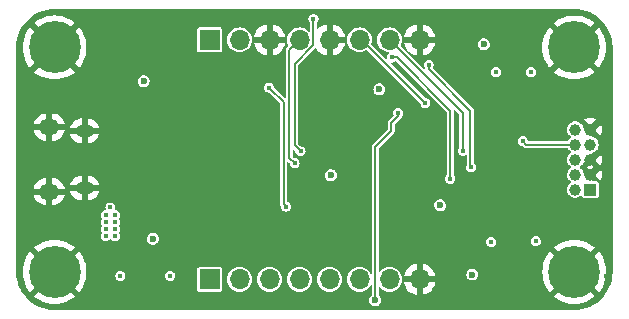
<source format=gbr>
%TF.GenerationSoftware,KiCad,Pcbnew,8.0.7*%
%TF.CreationDate,2025-01-26T16:55:51-08:00*%
%TF.ProjectId,servo-dev-board,73657276-6f2d-4646-9576-2d626f617264,rev?*%
%TF.SameCoordinates,Original*%
%TF.FileFunction,Copper,L4,Bot*%
%TF.FilePolarity,Positive*%
%FSLAX46Y46*%
G04 Gerber Fmt 4.6, Leading zero omitted, Abs format (unit mm)*
G04 Created by KiCad (PCBNEW 8.0.7) date 2025-01-26 16:55:51*
%MOMM*%
%LPD*%
G01*
G04 APERTURE LIST*
%TA.AperFunction,ComponentPad*%
%ADD10C,0.700000*%
%TD*%
%TA.AperFunction,ComponentPad*%
%ADD11C,4.400000*%
%TD*%
%TA.AperFunction,ComponentPad*%
%ADD12O,1.700000X1.350000*%
%TD*%
%TA.AperFunction,ComponentPad*%
%ADD13O,1.500000X1.100000*%
%TD*%
%TA.AperFunction,ComponentPad*%
%ADD14R,1.000000X1.000000*%
%TD*%
%TA.AperFunction,ComponentPad*%
%ADD15C,1.000000*%
%TD*%
%TA.AperFunction,ComponentPad*%
%ADD16R,1.700000X1.700000*%
%TD*%
%TA.AperFunction,ComponentPad*%
%ADD17O,1.700000X1.700000*%
%TD*%
%TA.AperFunction,ViaPad*%
%ADD18C,0.450000*%
%TD*%
%TA.AperFunction,ViaPad*%
%ADD19C,0.600000*%
%TD*%
%TA.AperFunction,Conductor*%
%ADD20C,0.200000*%
%TD*%
G04 APERTURE END LIST*
D10*
%TO.P,MH3,1,MP*%
%TO.N,GND*%
X160350000Y-110500000D03*
X160833274Y-109333274D03*
X160833274Y-111666726D03*
X162000000Y-108850000D03*
D11*
X162000000Y-110500000D03*
D10*
X162000000Y-112150000D03*
X163166726Y-109333274D03*
X163166726Y-111666726D03*
X163650000Y-110500000D03*
%TD*%
D12*
%TO.P,J1,6,Shield*%
%TO.N,GND*%
X117550000Y-98245000D03*
D13*
X120550000Y-98555000D03*
X120550000Y-103395000D03*
D12*
X117550000Y-103705000D03*
%TD*%
D10*
%TO.P,MH1,1,MP*%
%TO.N,GND*%
X116350000Y-91500000D03*
X116833274Y-90333274D03*
X116833274Y-92666726D03*
X118000000Y-89850000D03*
D11*
X118000000Y-91500000D03*
D10*
X118000000Y-93150000D03*
X119166726Y-90333274D03*
X119166726Y-92666726D03*
X119650000Y-91500000D03*
%TD*%
D14*
%TO.P,J5,1,Pin_1*%
%TO.N,+3V3*%
X163370000Y-103540000D03*
D15*
%TO.P,J5,2,Pin_2*%
%TO.N,/JTMS_SWDIO*%
X162100000Y-103540000D03*
%TO.P,J5,3,Pin_3*%
%TO.N,GND*%
X163370000Y-102270000D03*
%TO.P,J5,4,Pin_4*%
%TO.N,/JTCK_SWCLK*%
X162100000Y-102270000D03*
%TO.P,J5,5,Pin_5*%
%TO.N,GND*%
X163370000Y-101000000D03*
%TO.P,J5,6,Pin_6*%
%TO.N,/JTDO_SWO*%
X162100000Y-101000000D03*
%TO.P,J5,7,Pin_7*%
%TO.N,unconnected-(J5-Pin_7-Pad7)*%
X163370000Y-99730000D03*
%TO.P,J5,8,Pin_8*%
%TO.N,/JTDI*%
X162100000Y-99730000D03*
%TO.P,J5,9,Pin_9*%
%TO.N,GND*%
X163370000Y-98460000D03*
%TO.P,J5,10,Pin_10*%
%TO.N,/NJTRST*%
X162100000Y-98460000D03*
%TD*%
D10*
%TO.P,MH4,1,MP*%
%TO.N,GND*%
X160348350Y-91501650D03*
X160831624Y-90334924D03*
X160831624Y-92668376D03*
X161998350Y-89851650D03*
D11*
X161998350Y-91501650D03*
D10*
X161998350Y-93151650D03*
X163165076Y-90334924D03*
X163165076Y-92668376D03*
X163648350Y-91501650D03*
%TD*%
%TO.P,MH2,1,MP*%
%TO.N,GND*%
X116350000Y-110500000D03*
X116833274Y-109333274D03*
X116833274Y-111666726D03*
X118000000Y-108850000D03*
D11*
X118000000Y-110500000D03*
D10*
X118000000Y-112150000D03*
X119166726Y-109333274D03*
X119166726Y-111666726D03*
X119650000Y-110500000D03*
%TD*%
D16*
%TO.P,H2,1,Pin_1*%
%TO.N,+5V*%
X131125000Y-90850000D03*
D17*
%TO.P,H2,2,Pin_2*%
%TO.N,+3V3*%
X133665000Y-90850000D03*
%TO.P,H2,3,Pin_3*%
%TO.N,GND*%
X136205000Y-90850000D03*
%TO.P,H2,4,Pin_4*%
%TO.N,/VREF*%
X138745000Y-90850000D03*
%TO.P,H2,5,Pin_5*%
%TO.N,GND*%
X141285000Y-90850000D03*
%TO.P,H2,6,Pin_6*%
%TO.N,/PB5*%
X143825000Y-90850000D03*
%TO.P,H2,7,Pin_7*%
%TO.N,/PA12*%
X146365000Y-90850000D03*
%TO.P,H2,8,Pin_8*%
%TO.N,GND*%
X148905000Y-90850000D03*
%TD*%
D16*
%TO.P,H1,1,Pin_1*%
%TO.N,/PA2*%
X131125000Y-111130000D03*
D17*
%TO.P,H1,2,Pin_2*%
%TO.N,/PA3*%
X133665000Y-111130000D03*
%TO.P,H1,3,Pin_3*%
%TO.N,/PA4*%
X136205000Y-111130000D03*
%TO.P,H1,4,Pin_4*%
%TO.N,/PA5*%
X138745000Y-111130000D03*
%TO.P,H1,5,Pin_5*%
%TO.N,/PA6*%
X141285000Y-111130000D03*
%TO.P,H1,6,Pin_6*%
%TO.N,/PA7*%
X143825000Y-111130000D03*
%TO.P,H1,7,Pin_7*%
%TO.N,/PB0*%
X146365000Y-111130000D03*
%TO.P,H1,8,Pin_8*%
%TO.N,GND*%
X148905000Y-111130000D03*
%TD*%
D18*
%TO.N,+3V3*%
X122350000Y-105700000D03*
X122350000Y-106883332D03*
X158355000Y-93600000D03*
X122725000Y-105050000D03*
X122350000Y-107475000D03*
X123125000Y-106291666D03*
X123125000Y-107475000D03*
X155375000Y-93600000D03*
D19*
X125550000Y-94350000D03*
X126325000Y-107700000D03*
D18*
X123575000Y-110825000D03*
D19*
X150650000Y-104875000D03*
D18*
X127800000Y-110825000D03*
X123125000Y-105700000D03*
X123125000Y-106883332D03*
X122350000Y-106291666D03*
X158750000Y-107900000D03*
D19*
X153375000Y-110725000D03*
X141400000Y-102312500D03*
D18*
X154975000Y-107950000D03*
D19*
X154350000Y-91225000D03*
X145500000Y-95050000D03*
%TO.N,GND*%
X152850000Y-89625000D03*
D18*
X123259744Y-95749891D03*
X123265256Y-94449783D03*
X164690000Y-93070000D03*
X123625000Y-91200000D03*
X121510000Y-108310000D03*
D19*
X147100000Y-99900000D03*
D18*
X146910000Y-108310000D03*
X129059744Y-95125217D03*
X125334675Y-97123499D03*
X121510000Y-95610000D03*
X126286308Y-96519240D03*
X116430000Y-95610000D03*
X132050000Y-94100000D03*
X136750000Y-105770000D03*
D19*
X124900000Y-103625000D03*
D18*
X124025000Y-95100000D03*
D19*
X147075000Y-95050000D03*
D18*
X129070000Y-98760000D03*
X126590000Y-100690000D03*
X136750000Y-108310000D03*
D19*
X130275000Y-95950000D03*
D18*
X124050000Y-108310000D03*
X123265256Y-96399945D03*
X129069488Y-95766883D03*
X118970000Y-100690000D03*
D19*
X123750000Y-100250000D03*
D18*
X124050000Y-105770000D03*
X123250000Y-95099837D03*
D19*
X147100000Y-101700000D03*
X142900000Y-102725000D03*
D18*
X159610000Y-95610000D03*
X127540256Y-96408549D03*
D19*
X156900000Y-112275000D03*
D18*
X162150000Y-95610000D03*
X118970000Y-105770000D03*
X159610000Y-93070000D03*
D19*
X155350000Y-110725000D03*
D18*
X128309744Y-95766883D03*
D19*
X143500000Y-95450000D03*
D18*
X128260000Y-98750000D03*
X121510000Y-93070000D03*
X151990000Y-110850000D03*
D19*
X125000000Y-100350000D03*
D18*
X157070000Y-95610000D03*
X128315256Y-96408549D03*
X134210000Y-95610000D03*
X127550000Y-97050217D03*
X129075000Y-96408549D03*
X128300000Y-95125217D03*
X134210000Y-105770000D03*
D19*
X124150000Y-104625000D03*
X119100000Y-102300000D03*
D18*
X164690000Y-95610000D03*
X164690000Y-105770000D03*
X164690000Y-108310000D03*
X151990000Y-108310000D03*
X129130000Y-103230000D03*
D19*
X117280000Y-100015000D03*
D18*
X124034744Y-95750000D03*
X129084744Y-97050217D03*
X126590000Y-93070000D03*
X164690000Y-110850000D03*
X129130000Y-100690000D03*
D19*
X130275000Y-106050000D03*
D18*
X118970000Y-95610000D03*
D19*
X139100000Y-98800000D03*
X145900000Y-98325000D03*
D18*
X121510000Y-110850000D03*
X154530000Y-105770000D03*
D19*
X143900000Y-102725000D03*
D18*
X124040256Y-96400000D03*
X128325000Y-97050217D03*
X126296855Y-97137496D03*
D19*
X123100000Y-99600000D03*
D18*
X127470000Y-98750000D03*
X122300000Y-90075000D03*
D19*
X148900000Y-99900000D03*
D18*
X154530000Y-95610000D03*
D19*
X149700000Y-104875000D03*
D18*
X129130000Y-105770000D03*
X151990000Y-105770000D03*
X126590000Y-103230000D03*
X155875000Y-103175000D03*
X159610000Y-105770000D03*
X127534744Y-95766883D03*
D19*
X117280000Y-101935000D03*
D18*
X126590000Y-110850000D03*
D19*
X131650000Y-101000000D03*
D18*
X136750000Y-103230000D03*
D19*
X135725000Y-101000000D03*
D18*
X123275000Y-97050000D03*
X151990000Y-93070000D03*
X149450000Y-108310000D03*
D19*
X147950000Y-100737500D03*
X153375000Y-91200000D03*
D18*
X164690000Y-98150000D03*
D19*
X133700000Y-101525000D03*
D18*
X124025000Y-94450000D03*
X164690000Y-100690000D03*
X124050000Y-97050000D03*
D19*
X156900000Y-89650000D03*
X148900000Y-101700000D03*
D18*
X129130000Y-108310000D03*
X139290000Y-103230000D03*
D19*
X123450000Y-104000000D03*
X150000000Y-103175000D03*
D18*
X122300000Y-111925000D03*
X116430000Y-105770000D03*
D19*
X125325000Y-106400000D03*
X152850000Y-112325000D03*
D18*
X127775000Y-91200000D03*
X129130000Y-110850000D03*
X136750000Y-98150000D03*
X162150000Y-105770000D03*
X121300000Y-111975000D03*
X125324931Y-96523282D03*
%TO.N,/NRST*%
X138825000Y-100300000D03*
X139925000Y-89075000D03*
D19*
%TO.N,/BOOT0*%
X145150000Y-112900000D03*
D18*
X147098067Y-97048067D03*
%TO.N,/VREF*%
X138325000Y-101312500D03*
%TO.N,/JTDI*%
X157650000Y-99450000D03*
%TO.N,/PA12*%
X152600000Y-100250000D03*
%TO.N,/PB5*%
X149400000Y-96200000D03*
%TO.N,/ISNS*%
X137625000Y-104975000D03*
X136175000Y-94900000D03*
%TO.N,/PWM1*%
X151500000Y-102625000D03*
X146575000Y-92350000D03*
%TO.N,/PWM2*%
X149675000Y-92975000D03*
X153275000Y-101650000D03*
%TD*%
D20*
%TO.N,/NRST*%
X139925000Y-91296346D02*
X139925000Y-89075000D01*
X138325000Y-92896346D02*
X139925000Y-91296346D01*
X138325000Y-99800000D02*
X138325000Y-92896346D01*
X138825000Y-100300000D02*
X138325000Y-99800000D01*
%TO.N,/BOOT0*%
X147098067Y-97048067D02*
X147098067Y-97301933D01*
X145150000Y-99923529D02*
X145150000Y-112900000D01*
X147098067Y-97301933D02*
X146500000Y-97900000D01*
X146500000Y-97900000D02*
X146500000Y-98573529D01*
X146500000Y-98573529D02*
X145150000Y-99923529D01*
%TO.N,/VREF*%
X137875000Y-91720000D02*
X138745000Y-90850000D01*
X137875000Y-100862500D02*
X137875000Y-91720000D01*
X138325000Y-101312500D02*
X137875000Y-100862500D01*
%TO.N,/JTDI*%
X157650000Y-99450000D02*
X157930000Y-99730000D01*
X157930000Y-99730000D02*
X162100000Y-99730000D01*
%TO.N,/PA12*%
X152600000Y-100250000D02*
X152570247Y-100220247D01*
X152570247Y-97055247D02*
X146365000Y-90850000D01*
X146365000Y-90585000D02*
X146365000Y-90850000D01*
X152570247Y-100220247D02*
X152570247Y-97055247D01*
%TO.N,/PB5*%
X149375000Y-96200000D02*
X144025000Y-90850000D01*
X149400000Y-96200000D02*
X149375000Y-96200000D01*
X144025000Y-90850000D02*
X143825000Y-90850000D01*
%TO.N,/ISNS*%
X136175000Y-94900000D02*
X137400000Y-96125000D01*
X137400000Y-96125000D02*
X137400000Y-104750000D01*
X137400000Y-104750000D02*
X137625000Y-104975000D01*
%TO.N,/PWM1*%
X146575000Y-92350000D02*
X147001470Y-92350000D01*
X147001470Y-92350000D02*
X151500000Y-96848530D01*
X151500000Y-96848530D02*
X151500000Y-102625000D01*
%TO.N,/PWM2*%
X153200000Y-101575000D02*
X153275000Y-101650000D01*
X149675000Y-93326470D02*
X153200000Y-96851470D01*
X153200000Y-96851470D02*
X153200000Y-101575000D01*
X149675000Y-92975000D02*
X149675000Y-93326470D01*
%TD*%
%TA.AperFunction,Conductor*%
%TO.N,GND*%
G36*
X162001278Y-88250567D02*
G01*
X162337108Y-88268167D01*
X162342190Y-88268701D01*
X162673080Y-88321108D01*
X162678092Y-88322174D01*
X163001673Y-88408878D01*
X163006545Y-88410461D01*
X163319295Y-88530514D01*
X163323971Y-88532596D01*
X163584381Y-88665281D01*
X163622462Y-88684684D01*
X163626900Y-88687246D01*
X163907859Y-88869703D01*
X163911996Y-88872709D01*
X164035213Y-88972488D01*
X164172347Y-89083537D01*
X164176158Y-89086969D01*
X164413030Y-89323841D01*
X164416462Y-89327652D01*
X164618030Y-89576568D01*
X164627285Y-89587996D01*
X164630300Y-89592146D01*
X164812751Y-89873096D01*
X164815315Y-89877537D01*
X164967401Y-90176023D01*
X164969487Y-90180709D01*
X165089537Y-90493451D01*
X165091122Y-90498329D01*
X165177824Y-90821904D01*
X165178891Y-90826921D01*
X165231297Y-91157799D01*
X165231833Y-91162899D01*
X165249433Y-91498720D01*
X165249500Y-91501285D01*
X165249500Y-110498714D01*
X165249433Y-110501279D01*
X165231833Y-110837100D01*
X165231297Y-110842200D01*
X165178891Y-111173078D01*
X165177824Y-111178095D01*
X165091122Y-111501670D01*
X165089537Y-111506548D01*
X164969487Y-111819290D01*
X164967401Y-111823976D01*
X164815315Y-112122462D01*
X164812751Y-112126903D01*
X164630300Y-112407853D01*
X164627285Y-112412003D01*
X164416462Y-112672347D01*
X164413030Y-112676158D01*
X164176158Y-112913030D01*
X164172347Y-112916462D01*
X163912003Y-113127285D01*
X163907853Y-113130300D01*
X163626903Y-113312751D01*
X163622462Y-113315315D01*
X163323976Y-113467401D01*
X163319290Y-113469487D01*
X163006548Y-113589537D01*
X163001670Y-113591122D01*
X162678095Y-113677824D01*
X162673078Y-113678891D01*
X162342200Y-113731297D01*
X162337100Y-113731833D01*
X162022866Y-113748301D01*
X162001277Y-113749433D01*
X161998714Y-113749500D01*
X118001286Y-113749500D01*
X117998722Y-113749433D01*
X117974319Y-113748154D01*
X117662899Y-113731833D01*
X117657799Y-113731297D01*
X117326921Y-113678891D01*
X117321904Y-113677824D01*
X116998329Y-113591122D01*
X116993451Y-113589537D01*
X116680709Y-113469487D01*
X116676023Y-113467401D01*
X116377537Y-113315315D01*
X116373096Y-113312751D01*
X116092146Y-113130300D01*
X116087996Y-113127285D01*
X115983242Y-113042457D01*
X115827652Y-112916462D01*
X115823841Y-112913030D01*
X115586969Y-112676158D01*
X115583537Y-112672347D01*
X115546512Y-112626625D01*
X115372709Y-112411996D01*
X115369703Y-112407859D01*
X115187246Y-112126900D01*
X115184684Y-112122462D01*
X115140925Y-112036580D01*
X115032596Y-111823971D01*
X115030512Y-111819290D01*
X115026020Y-111807589D01*
X114910461Y-111506545D01*
X114908877Y-111501670D01*
X114876275Y-111380000D01*
X114822174Y-111178092D01*
X114821108Y-111173078D01*
X114806083Y-111078213D01*
X114768701Y-110842190D01*
X114768167Y-110837108D01*
X114750567Y-110501278D01*
X114750534Y-110500000D01*
X115295065Y-110500000D01*
X115314787Y-110826044D01*
X115314789Y-110826056D01*
X115373663Y-111147322D01*
X115373669Y-111147348D01*
X115470838Y-111459172D01*
X115470846Y-111459194D01*
X115604899Y-111757045D01*
X115773882Y-112036579D01*
X115773883Y-112036580D01*
X115921475Y-112224968D01*
X115921476Y-112224968D01*
X117063708Y-111082735D01*
X117160967Y-111216602D01*
X117283398Y-111339033D01*
X117417262Y-111436290D01*
X116275030Y-112578522D01*
X116275030Y-112578523D01*
X116463419Y-112726116D01*
X116463420Y-112726117D01*
X116742954Y-112895100D01*
X117040805Y-113029153D01*
X117040827Y-113029161D01*
X117352651Y-113126330D01*
X117352677Y-113126336D01*
X117673943Y-113185210D01*
X117673955Y-113185212D01*
X118000000Y-113204934D01*
X118326044Y-113185212D01*
X118326056Y-113185210D01*
X118647322Y-113126336D01*
X118647348Y-113126330D01*
X118959172Y-113029161D01*
X118959194Y-113029153D01*
X119257045Y-112895100D01*
X119536579Y-112726117D01*
X119536580Y-112726116D01*
X119724968Y-112578523D01*
X119724968Y-112578522D01*
X118582736Y-111436290D01*
X118716602Y-111339033D01*
X118839033Y-111216602D01*
X118936290Y-111082736D01*
X120078522Y-112224968D01*
X120078523Y-112224968D01*
X120226116Y-112036580D01*
X120226117Y-112036579D01*
X120395100Y-111757045D01*
X120529153Y-111459194D01*
X120529161Y-111459172D01*
X120626330Y-111147348D01*
X120626336Y-111147322D01*
X120685210Y-110826056D01*
X120685212Y-110826044D01*
X120685275Y-110825000D01*
X123144196Y-110825000D01*
X123165281Y-110958126D01*
X123165281Y-110958127D01*
X123165282Y-110958128D01*
X123226467Y-111078213D01*
X123226472Y-111078220D01*
X123321779Y-111173527D01*
X123321786Y-111173532D01*
X123401842Y-111214322D01*
X123441874Y-111234719D01*
X123575000Y-111255804D01*
X123708126Y-111234719D01*
X123791420Y-111192278D01*
X123828213Y-111173532D01*
X123828215Y-111173530D01*
X123828220Y-111173528D01*
X123923528Y-111078220D01*
X123984719Y-110958126D01*
X124005804Y-110825000D01*
X127369196Y-110825000D01*
X127390281Y-110958126D01*
X127390281Y-110958127D01*
X127390282Y-110958128D01*
X127451467Y-111078213D01*
X127451472Y-111078220D01*
X127546779Y-111173527D01*
X127546786Y-111173532D01*
X127626842Y-111214322D01*
X127666874Y-111234719D01*
X127800000Y-111255804D01*
X127933126Y-111234719D01*
X128016420Y-111192278D01*
X128053213Y-111173532D01*
X128053215Y-111173530D01*
X128053220Y-111173528D01*
X128148528Y-111078220D01*
X128209719Y-110958126D01*
X128230804Y-110825000D01*
X128209719Y-110691874D01*
X128169238Y-110612425D01*
X128148532Y-110571786D01*
X128148527Y-110571779D01*
X128053220Y-110476472D01*
X128053213Y-110476467D01*
X127933128Y-110415282D01*
X127933127Y-110415281D01*
X127933126Y-110415281D01*
X127800000Y-110394196D01*
X127666874Y-110415281D01*
X127666872Y-110415281D01*
X127666871Y-110415282D01*
X127546786Y-110476467D01*
X127546779Y-110476472D01*
X127451472Y-110571779D01*
X127451467Y-110571786D01*
X127390282Y-110691871D01*
X127390281Y-110691872D01*
X127390281Y-110691874D01*
X127369196Y-110825000D01*
X124005804Y-110825000D01*
X123984719Y-110691874D01*
X123944238Y-110612425D01*
X123923532Y-110571786D01*
X123923527Y-110571779D01*
X123828220Y-110476472D01*
X123828213Y-110476467D01*
X123708128Y-110415282D01*
X123708127Y-110415281D01*
X123708126Y-110415281D01*
X123575000Y-110394196D01*
X123441874Y-110415281D01*
X123441872Y-110415281D01*
X123441871Y-110415282D01*
X123321786Y-110476467D01*
X123321779Y-110476472D01*
X123226472Y-110571779D01*
X123226467Y-110571786D01*
X123165282Y-110691871D01*
X123165281Y-110691872D01*
X123165281Y-110691874D01*
X123144196Y-110825000D01*
X120685275Y-110825000D01*
X120704934Y-110500000D01*
X120690432Y-110260252D01*
X130074500Y-110260252D01*
X130074500Y-111999748D01*
X130086133Y-112058231D01*
X130103882Y-112084795D01*
X130130447Y-112124552D01*
X130133966Y-112126903D01*
X130196769Y-112168867D01*
X130255252Y-112180500D01*
X130255255Y-112180500D01*
X131994745Y-112180500D01*
X131994748Y-112180500D01*
X132053231Y-112168867D01*
X132119552Y-112124552D01*
X132163867Y-112058231D01*
X132175500Y-111999748D01*
X132175500Y-111130000D01*
X132609417Y-111130000D01*
X132629700Y-111335934D01*
X132689768Y-111533954D01*
X132787315Y-111716450D01*
X132918590Y-111876410D01*
X133078550Y-112007685D01*
X133261046Y-112105232D01*
X133459066Y-112165300D01*
X133665000Y-112185583D01*
X133870934Y-112165300D01*
X134068954Y-112105232D01*
X134251450Y-112007685D01*
X134411410Y-111876410D01*
X134542685Y-111716450D01*
X134640232Y-111533954D01*
X134700300Y-111335934D01*
X134720583Y-111130000D01*
X135149417Y-111130000D01*
X135169700Y-111335934D01*
X135229768Y-111533954D01*
X135327315Y-111716450D01*
X135458590Y-111876410D01*
X135618550Y-112007685D01*
X135801046Y-112105232D01*
X135999066Y-112165300D01*
X136205000Y-112185583D01*
X136410934Y-112165300D01*
X136608954Y-112105232D01*
X136791450Y-112007685D01*
X136951410Y-111876410D01*
X137082685Y-111716450D01*
X137180232Y-111533954D01*
X137240300Y-111335934D01*
X137260583Y-111130000D01*
X137689417Y-111130000D01*
X137709700Y-111335934D01*
X137769768Y-111533954D01*
X137867315Y-111716450D01*
X137998590Y-111876410D01*
X138158550Y-112007685D01*
X138341046Y-112105232D01*
X138539066Y-112165300D01*
X138745000Y-112185583D01*
X138950934Y-112165300D01*
X139148954Y-112105232D01*
X139331450Y-112007685D01*
X139491410Y-111876410D01*
X139622685Y-111716450D01*
X139720232Y-111533954D01*
X139780300Y-111335934D01*
X139800583Y-111130000D01*
X140229417Y-111130000D01*
X140249700Y-111335934D01*
X140309768Y-111533954D01*
X140407315Y-111716450D01*
X140538590Y-111876410D01*
X140698550Y-112007685D01*
X140881046Y-112105232D01*
X141079066Y-112165300D01*
X141285000Y-112185583D01*
X141490934Y-112165300D01*
X141688954Y-112105232D01*
X141871450Y-112007685D01*
X142031410Y-111876410D01*
X142162685Y-111716450D01*
X142260232Y-111533954D01*
X142320300Y-111335934D01*
X142340583Y-111130000D01*
X142769417Y-111130000D01*
X142789700Y-111335934D01*
X142849768Y-111533954D01*
X142947315Y-111716450D01*
X143078590Y-111876410D01*
X143238550Y-112007685D01*
X143421046Y-112105232D01*
X143619066Y-112165300D01*
X143825000Y-112185583D01*
X144030934Y-112165300D01*
X144228954Y-112105232D01*
X144411450Y-112007685D01*
X144571410Y-111876410D01*
X144702685Y-111716450D01*
X144757286Y-111614298D01*
X144786276Y-111590508D01*
X144823599Y-111594184D01*
X144847390Y-111623174D01*
X144849500Y-111637398D01*
X144849500Y-112471417D01*
X144835148Y-112506065D01*
X144826994Y-112512637D01*
X144818872Y-112517857D01*
X144818868Y-112517860D01*
X144724625Y-112626623D01*
X144724624Y-112626625D01*
X144664833Y-112757545D01*
X144644353Y-112899997D01*
X144644353Y-112900002D01*
X144664833Y-113042454D01*
X144696935Y-113112746D01*
X144724623Y-113173373D01*
X144724624Y-113173374D01*
X144724625Y-113173376D01*
X144818871Y-113282142D01*
X144818872Y-113282143D01*
X144939947Y-113359953D01*
X145016785Y-113382514D01*
X145078034Y-113400499D01*
X145078037Y-113400499D01*
X145078039Y-113400500D01*
X145078040Y-113400500D01*
X145221960Y-113400500D01*
X145221961Y-113400500D01*
X145221963Y-113400499D01*
X145221965Y-113400499D01*
X145244795Y-113393795D01*
X145360053Y-113359953D01*
X145481128Y-113282143D01*
X145575377Y-113173373D01*
X145635165Y-113042457D01*
X145635165Y-113042455D01*
X145635166Y-113042454D01*
X145655647Y-112900002D01*
X145655647Y-112899997D01*
X145635166Y-112757545D01*
X145620813Y-112726117D01*
X145575377Y-112626627D01*
X145533694Y-112578522D01*
X145481131Y-112517860D01*
X145481129Y-112517859D01*
X145481128Y-112517857D01*
X145473006Y-112512637D01*
X145451619Y-112481830D01*
X145450500Y-112471417D01*
X145450500Y-111808536D01*
X145464852Y-111773888D01*
X145499500Y-111759536D01*
X145534148Y-111773888D01*
X145537366Y-111777438D01*
X145618590Y-111876410D01*
X145778550Y-112007685D01*
X145961046Y-112105232D01*
X146159066Y-112165300D01*
X146365000Y-112185583D01*
X146570934Y-112165300D01*
X146768954Y-112105232D01*
X146951450Y-112007685D01*
X147111410Y-111876410D01*
X147242685Y-111716450D01*
X147340232Y-111533954D01*
X147400300Y-111335934D01*
X147420583Y-111130000D01*
X147400300Y-110924066D01*
X147386933Y-110879999D01*
X147574363Y-110879999D01*
X147574364Y-110880000D01*
X148471988Y-110880000D01*
X148439075Y-110937007D01*
X148405000Y-111064174D01*
X148405000Y-111195826D01*
X148439075Y-111322993D01*
X148471988Y-111380000D01*
X147574363Y-111380000D01*
X147631566Y-111593483D01*
X147631568Y-111593488D01*
X147731398Y-111807577D01*
X147731405Y-111807589D01*
X147866885Y-112001072D01*
X147866891Y-112001079D01*
X148033920Y-112168108D01*
X148033927Y-112168114D01*
X148227410Y-112303594D01*
X148227422Y-112303601D01*
X148441511Y-112403431D01*
X148441516Y-112403433D01*
X148655000Y-112460634D01*
X148655000Y-111563012D01*
X148712007Y-111595925D01*
X148839174Y-111630000D01*
X148970826Y-111630000D01*
X149097993Y-111595925D01*
X149155000Y-111563012D01*
X149155000Y-112460634D01*
X149368483Y-112403433D01*
X149368488Y-112403431D01*
X149582577Y-112303601D01*
X149582589Y-112303594D01*
X149776072Y-112168114D01*
X149776079Y-112168108D01*
X149943108Y-112001079D01*
X149943114Y-112001072D01*
X150078594Y-111807589D01*
X150078601Y-111807577D01*
X150178431Y-111593488D01*
X150178433Y-111593483D01*
X150235636Y-111380000D01*
X149338012Y-111380000D01*
X149370925Y-111322993D01*
X149405000Y-111195826D01*
X149405000Y-111064174D01*
X149370925Y-110937007D01*
X149338012Y-110880000D01*
X150235636Y-110880000D01*
X150235636Y-110879999D01*
X150194103Y-110724997D01*
X152869353Y-110724997D01*
X152869353Y-110725002D01*
X152889833Y-110867454D01*
X152914860Y-110922253D01*
X152949623Y-110998373D01*
X152949624Y-110998374D01*
X152949625Y-110998376D01*
X153018804Y-111078213D01*
X153043872Y-111107143D01*
X153164947Y-111184953D01*
X153241785Y-111207514D01*
X153303034Y-111225499D01*
X153303037Y-111225499D01*
X153303039Y-111225500D01*
X153303040Y-111225500D01*
X153446960Y-111225500D01*
X153446961Y-111225500D01*
X153446963Y-111225499D01*
X153446965Y-111225499D01*
X153477265Y-111216602D01*
X153585053Y-111184953D01*
X153706128Y-111107143D01*
X153800377Y-110998373D01*
X153860165Y-110867457D01*
X153860165Y-110867455D01*
X153860166Y-110867454D01*
X153880647Y-110725002D01*
X153880647Y-110724997D01*
X153860166Y-110582545D01*
X153842356Y-110543548D01*
X153822468Y-110500000D01*
X159295065Y-110500000D01*
X159314787Y-110826044D01*
X159314789Y-110826056D01*
X159373663Y-111147322D01*
X159373669Y-111147348D01*
X159470838Y-111459172D01*
X159470846Y-111459194D01*
X159604899Y-111757045D01*
X159773882Y-112036579D01*
X159773883Y-112036580D01*
X159921475Y-112224968D01*
X159921476Y-112224968D01*
X161063708Y-111082736D01*
X161160967Y-111216602D01*
X161283398Y-111339033D01*
X161417262Y-111436290D01*
X160275030Y-112578522D01*
X160275030Y-112578523D01*
X160463419Y-112726116D01*
X160463420Y-112726117D01*
X160742954Y-112895100D01*
X161040805Y-113029153D01*
X161040827Y-113029161D01*
X161352651Y-113126330D01*
X161352677Y-113126336D01*
X161673943Y-113185210D01*
X161673955Y-113185212D01*
X162000000Y-113204934D01*
X162326044Y-113185212D01*
X162326056Y-113185210D01*
X162647322Y-113126336D01*
X162647348Y-113126330D01*
X162959172Y-113029161D01*
X162959194Y-113029153D01*
X163257045Y-112895100D01*
X163536579Y-112726117D01*
X163536580Y-112726116D01*
X163724968Y-112578523D01*
X163724968Y-112578522D01*
X162582736Y-111436290D01*
X162716602Y-111339033D01*
X162839033Y-111216602D01*
X162936290Y-111082736D01*
X164078522Y-112224968D01*
X164078523Y-112224968D01*
X164226116Y-112036580D01*
X164226117Y-112036579D01*
X164395100Y-111757045D01*
X164529153Y-111459194D01*
X164529161Y-111459172D01*
X164626330Y-111147348D01*
X164626336Y-111147322D01*
X164685210Y-110826056D01*
X164685212Y-110826044D01*
X164704934Y-110500000D01*
X164685212Y-110173955D01*
X164685210Y-110173943D01*
X164626336Y-109852677D01*
X164626330Y-109852651D01*
X164529161Y-109540827D01*
X164529153Y-109540805D01*
X164395100Y-109242954D01*
X164226117Y-108963420D01*
X164226116Y-108963419D01*
X164078523Y-108775030D01*
X164078522Y-108775030D01*
X162936290Y-109917262D01*
X162839033Y-109783398D01*
X162716602Y-109660967D01*
X162582735Y-109563708D01*
X163724968Y-108421476D01*
X163724968Y-108421475D01*
X163536580Y-108273883D01*
X163536579Y-108273882D01*
X163257045Y-108104899D01*
X162959194Y-107970846D01*
X162959172Y-107970838D01*
X162647348Y-107873669D01*
X162647322Y-107873663D01*
X162326056Y-107814789D01*
X162326044Y-107814787D01*
X162000000Y-107795065D01*
X161673955Y-107814787D01*
X161673943Y-107814789D01*
X161352677Y-107873663D01*
X161352651Y-107873669D01*
X161040827Y-107970838D01*
X161040805Y-107970846D01*
X160742954Y-108104899D01*
X160463420Y-108273882D01*
X160463419Y-108273883D01*
X160275030Y-108421475D01*
X160275030Y-108421476D01*
X161417263Y-109563709D01*
X161283398Y-109660967D01*
X161160967Y-109783398D01*
X161063709Y-109917262D01*
X159921476Y-108775030D01*
X159921475Y-108775030D01*
X159773883Y-108963419D01*
X159773882Y-108963420D01*
X159604899Y-109242954D01*
X159470846Y-109540805D01*
X159470838Y-109540827D01*
X159373669Y-109852651D01*
X159373663Y-109852677D01*
X159314789Y-110173943D01*
X159314787Y-110173955D01*
X159295065Y-110500000D01*
X153822468Y-110500000D01*
X153800377Y-110451627D01*
X153768883Y-110415281D01*
X153706128Y-110342857D01*
X153585053Y-110265047D01*
X153585050Y-110265046D01*
X153446965Y-110224500D01*
X153446961Y-110224500D01*
X153303039Y-110224500D01*
X153303034Y-110224500D01*
X153164949Y-110265046D01*
X153043871Y-110342857D01*
X152949625Y-110451623D01*
X152949624Y-110451625D01*
X152949623Y-110451626D01*
X152949623Y-110451627D01*
X152947504Y-110456266D01*
X152889833Y-110582545D01*
X152869353Y-110724997D01*
X150194103Y-110724997D01*
X150178433Y-110666516D01*
X150178432Y-110666511D01*
X150078601Y-110452423D01*
X150078594Y-110452411D01*
X149943114Y-110258927D01*
X149943108Y-110258920D01*
X149776079Y-110091891D01*
X149776072Y-110091885D01*
X149582589Y-109956405D01*
X149582577Y-109956398D01*
X149368488Y-109856568D01*
X149368483Y-109856566D01*
X149155000Y-109799363D01*
X149155000Y-110696988D01*
X149097993Y-110664075D01*
X148970826Y-110630000D01*
X148839174Y-110630000D01*
X148712007Y-110664075D01*
X148655000Y-110696988D01*
X148655000Y-109799363D01*
X148654999Y-109799363D01*
X148441516Y-109856566D01*
X148441511Y-109856567D01*
X148227423Y-109956398D01*
X148227411Y-109956405D01*
X148033927Y-110091885D01*
X148033920Y-110091891D01*
X147866891Y-110258920D01*
X147866885Y-110258927D01*
X147731405Y-110452411D01*
X147731398Y-110452423D01*
X147631567Y-110666511D01*
X147631566Y-110666516D01*
X147574363Y-110879999D01*
X147386933Y-110879999D01*
X147340232Y-110726046D01*
X147242685Y-110543550D01*
X147111410Y-110383590D01*
X146951450Y-110252315D01*
X146768954Y-110154768D01*
X146570934Y-110094700D01*
X146365000Y-110074417D01*
X146159065Y-110094700D01*
X146159064Y-110094700D01*
X145961043Y-110154769D01*
X145778548Y-110252316D01*
X145618590Y-110383590D01*
X145542369Y-110476467D01*
X145537378Y-110482548D01*
X145504303Y-110500227D01*
X145468415Y-110489341D01*
X145450736Y-110456266D01*
X145450500Y-110451463D01*
X145450500Y-107950000D01*
X154544196Y-107950000D01*
X154565281Y-108083126D01*
X154565281Y-108083127D01*
X154565282Y-108083128D01*
X154626467Y-108203213D01*
X154626472Y-108203220D01*
X154721779Y-108298527D01*
X154721786Y-108298532D01*
X154785123Y-108330803D01*
X154841874Y-108359719D01*
X154975000Y-108380804D01*
X155108126Y-108359719D01*
X155191420Y-108317278D01*
X155228213Y-108298532D01*
X155228215Y-108298530D01*
X155228220Y-108298528D01*
X155323528Y-108203220D01*
X155324915Y-108200499D01*
X155349008Y-108153213D01*
X155384719Y-108083126D01*
X155405804Y-107950000D01*
X155397885Y-107900000D01*
X158319196Y-107900000D01*
X158340281Y-108033126D01*
X158340281Y-108033127D01*
X158340282Y-108033128D01*
X158401467Y-108153213D01*
X158401472Y-108153220D01*
X158496779Y-108248527D01*
X158496786Y-108248532D01*
X158576842Y-108289322D01*
X158616874Y-108309719D01*
X158750000Y-108330804D01*
X158883126Y-108309719D01*
X158966420Y-108267278D01*
X159003213Y-108248532D01*
X159003215Y-108248530D01*
X159003220Y-108248528D01*
X159098528Y-108153220D01*
X159159719Y-108033126D01*
X159180804Y-107900000D01*
X159159719Y-107766874D01*
X159125645Y-107700000D01*
X159098532Y-107646786D01*
X159098527Y-107646779D01*
X159003220Y-107551472D01*
X159003213Y-107551467D01*
X158883128Y-107490282D01*
X158883127Y-107490281D01*
X158883126Y-107490281D01*
X158750000Y-107469196D01*
X158616874Y-107490281D01*
X158616872Y-107490281D01*
X158616871Y-107490282D01*
X158496786Y-107551467D01*
X158496779Y-107551472D01*
X158401472Y-107646779D01*
X158401467Y-107646786D01*
X158340282Y-107766871D01*
X158340281Y-107766872D01*
X158340281Y-107766874D01*
X158319196Y-107900000D01*
X155397885Y-107900000D01*
X155384719Y-107816874D01*
X155359241Y-107766871D01*
X155323532Y-107696786D01*
X155323527Y-107696779D01*
X155228220Y-107601472D01*
X155228213Y-107601467D01*
X155108128Y-107540282D01*
X155108127Y-107540281D01*
X155108126Y-107540281D01*
X154975000Y-107519196D01*
X154841874Y-107540281D01*
X154841872Y-107540281D01*
X154841871Y-107540282D01*
X154721786Y-107601467D01*
X154721779Y-107601472D01*
X154626472Y-107696779D01*
X154626467Y-107696786D01*
X154565282Y-107816871D01*
X154565281Y-107816872D01*
X154565281Y-107816874D01*
X154544196Y-107950000D01*
X145450500Y-107950000D01*
X145450500Y-104874997D01*
X150144353Y-104874997D01*
X150144353Y-104875002D01*
X150164833Y-105017454D01*
X150179697Y-105050000D01*
X150224623Y-105148373D01*
X150224624Y-105148374D01*
X150224625Y-105148376D01*
X150276085Y-105207764D01*
X150318872Y-105257143D01*
X150439947Y-105334953D01*
X150516785Y-105357514D01*
X150578034Y-105375499D01*
X150578037Y-105375499D01*
X150578039Y-105375500D01*
X150578040Y-105375500D01*
X150721960Y-105375500D01*
X150721961Y-105375500D01*
X150721963Y-105375499D01*
X150721965Y-105375499D01*
X150744795Y-105368795D01*
X150860053Y-105334953D01*
X150981128Y-105257143D01*
X151075377Y-105148373D01*
X151135165Y-105017457D01*
X151135165Y-105017455D01*
X151135166Y-105017454D01*
X151155647Y-104875002D01*
X151155647Y-104874997D01*
X151135166Y-104732545D01*
X151093030Y-104640282D01*
X151075377Y-104601627D01*
X151075037Y-104601235D01*
X150981128Y-104492857D01*
X150946288Y-104470467D01*
X150860053Y-104415047D01*
X150860050Y-104415046D01*
X150721965Y-104374500D01*
X150721961Y-104374500D01*
X150578039Y-104374500D01*
X150578034Y-104374500D01*
X150439949Y-104415046D01*
X150318871Y-104492857D01*
X150224625Y-104601623D01*
X150224624Y-104601625D01*
X150164833Y-104732545D01*
X150144353Y-104874997D01*
X145450500Y-104874997D01*
X145450500Y-100068296D01*
X145464852Y-100033648D01*
X146740459Y-98758041D01*
X146740460Y-98758040D01*
X146780021Y-98689518D01*
X146800500Y-98613091D01*
X146800500Y-98044767D01*
X146814852Y-98010119D01*
X147065471Y-97759500D01*
X147338527Y-97486444D01*
X147342899Y-97478871D01*
X147378088Y-97417922D01*
X147392306Y-97364856D01*
X147404988Y-97342893D01*
X147446591Y-97301291D01*
X147446591Y-97301290D01*
X147446595Y-97301287D01*
X147507786Y-97181193D01*
X147528871Y-97048067D01*
X147507786Y-96914941D01*
X147487389Y-96874909D01*
X147446599Y-96794853D01*
X147446594Y-96794846D01*
X147351287Y-96699539D01*
X147351280Y-96699534D01*
X147231195Y-96638349D01*
X147231194Y-96638348D01*
X147231193Y-96638348D01*
X147098067Y-96617263D01*
X146964941Y-96638348D01*
X146964939Y-96638348D01*
X146964938Y-96638349D01*
X146844853Y-96699534D01*
X146844846Y-96699539D01*
X146749539Y-96794846D01*
X146749534Y-96794853D01*
X146688349Y-96914938D01*
X146688348Y-96914939D01*
X146688348Y-96914941D01*
X146678687Y-96975941D01*
X146667263Y-97048067D01*
X146688348Y-97181193D01*
X146707792Y-97219354D01*
X146710734Y-97256741D01*
X146698780Y-97276247D01*
X146315489Y-97659540D01*
X146259541Y-97715488D01*
X146259540Y-97715488D01*
X146219979Y-97784008D01*
X146219979Y-97784010D01*
X146199500Y-97860436D01*
X146199500Y-98428762D01*
X146185148Y-98463410D01*
X144909541Y-99739017D01*
X144909540Y-99739017D01*
X144869979Y-99807537D01*
X144869979Y-99807539D01*
X144849500Y-99883965D01*
X144849500Y-110622601D01*
X144835148Y-110657249D01*
X144800500Y-110671601D01*
X144765852Y-110657249D01*
X144757286Y-110645700D01*
X144739500Y-110612425D01*
X144702685Y-110543550D01*
X144571410Y-110383590D01*
X144411450Y-110252315D01*
X144228954Y-110154768D01*
X144030934Y-110094700D01*
X143825000Y-110074417D01*
X143619065Y-110094700D01*
X143619064Y-110094700D01*
X143421043Y-110154769D01*
X143238548Y-110252316D01*
X143078590Y-110383590D01*
X142947316Y-110543548D01*
X142849769Y-110726043D01*
X142789700Y-110924064D01*
X142789700Y-110924065D01*
X142789700Y-110924066D01*
X142769417Y-111130000D01*
X142340583Y-111130000D01*
X142320300Y-110924066D01*
X142260232Y-110726046D01*
X142162685Y-110543550D01*
X142031410Y-110383590D01*
X141871450Y-110252315D01*
X141688954Y-110154768D01*
X141490934Y-110094700D01*
X141285000Y-110074417D01*
X141079065Y-110094700D01*
X141079064Y-110094700D01*
X140881043Y-110154769D01*
X140698548Y-110252316D01*
X140538590Y-110383590D01*
X140407316Y-110543548D01*
X140309769Y-110726043D01*
X140249700Y-110924064D01*
X140249700Y-110924065D01*
X140249700Y-110924066D01*
X140229417Y-111130000D01*
X139800583Y-111130000D01*
X139780300Y-110924066D01*
X139720232Y-110726046D01*
X139622685Y-110543550D01*
X139491410Y-110383590D01*
X139331450Y-110252315D01*
X139148954Y-110154768D01*
X138950934Y-110094700D01*
X138745000Y-110074417D01*
X138539065Y-110094700D01*
X138539064Y-110094700D01*
X138341043Y-110154769D01*
X138158548Y-110252316D01*
X137998590Y-110383590D01*
X137867316Y-110543548D01*
X137769769Y-110726043D01*
X137709700Y-110924064D01*
X137709700Y-110924065D01*
X137709700Y-110924066D01*
X137689417Y-111130000D01*
X137260583Y-111130000D01*
X137240300Y-110924066D01*
X137180232Y-110726046D01*
X137082685Y-110543550D01*
X136951410Y-110383590D01*
X136791450Y-110252315D01*
X136608954Y-110154768D01*
X136410934Y-110094700D01*
X136205000Y-110074417D01*
X135999065Y-110094700D01*
X135999064Y-110094700D01*
X135801043Y-110154769D01*
X135618548Y-110252316D01*
X135458590Y-110383590D01*
X135327316Y-110543548D01*
X135229769Y-110726043D01*
X135169700Y-110924064D01*
X135169700Y-110924065D01*
X135169700Y-110924066D01*
X135149417Y-111130000D01*
X134720583Y-111130000D01*
X134700300Y-110924066D01*
X134640232Y-110726046D01*
X134542685Y-110543550D01*
X134411410Y-110383590D01*
X134251450Y-110252315D01*
X134068954Y-110154768D01*
X133870934Y-110094700D01*
X133665000Y-110074417D01*
X133459065Y-110094700D01*
X133459064Y-110094700D01*
X133261043Y-110154769D01*
X133078548Y-110252316D01*
X132918590Y-110383590D01*
X132787316Y-110543548D01*
X132689769Y-110726043D01*
X132629700Y-110924064D01*
X132629700Y-110924065D01*
X132629700Y-110924066D01*
X132609417Y-111130000D01*
X132175500Y-111130000D01*
X132175500Y-110260252D01*
X132163867Y-110201769D01*
X132132462Y-110154769D01*
X132119552Y-110135447D01*
X132058569Y-110094700D01*
X132053231Y-110091133D01*
X131994748Y-110079500D01*
X130255252Y-110079500D01*
X130196769Y-110091133D01*
X130130447Y-110135447D01*
X130086133Y-110201769D01*
X130074500Y-110260252D01*
X120690432Y-110260252D01*
X120685212Y-110173955D01*
X120685210Y-110173943D01*
X120626336Y-109852677D01*
X120626330Y-109852651D01*
X120529161Y-109540827D01*
X120529153Y-109540805D01*
X120395100Y-109242954D01*
X120226117Y-108963420D01*
X120226116Y-108963419D01*
X120078523Y-108775030D01*
X120078522Y-108775030D01*
X118936290Y-109917262D01*
X118839033Y-109783398D01*
X118716602Y-109660967D01*
X118582735Y-109563708D01*
X119724968Y-108421476D01*
X119724968Y-108421475D01*
X119536580Y-108273883D01*
X119536579Y-108273882D01*
X119257045Y-108104899D01*
X118959194Y-107970846D01*
X118959172Y-107970838D01*
X118647348Y-107873669D01*
X118647322Y-107873663D01*
X118326056Y-107814789D01*
X118326044Y-107814787D01*
X118000000Y-107795065D01*
X117673955Y-107814787D01*
X117673943Y-107814789D01*
X117352677Y-107873663D01*
X117352651Y-107873669D01*
X117040827Y-107970838D01*
X117040805Y-107970846D01*
X116742954Y-108104899D01*
X116463420Y-108273882D01*
X116463419Y-108273883D01*
X116275030Y-108421475D01*
X116275030Y-108421476D01*
X117417263Y-109563709D01*
X117283398Y-109660967D01*
X117160967Y-109783398D01*
X117063709Y-109917263D01*
X115921476Y-108775030D01*
X115921475Y-108775030D01*
X115773883Y-108963419D01*
X115773882Y-108963420D01*
X115604899Y-109242954D01*
X115470846Y-109540805D01*
X115470838Y-109540827D01*
X115373669Y-109852651D01*
X115373663Y-109852677D01*
X115314789Y-110173943D01*
X115314787Y-110173955D01*
X115295065Y-110500000D01*
X114750534Y-110500000D01*
X114750500Y-110498714D01*
X114750500Y-105700000D01*
X121919196Y-105700000D01*
X121940281Y-105833126D01*
X121940281Y-105833127D01*
X121940282Y-105833128D01*
X122001467Y-105953213D01*
X122001472Y-105953220D01*
X122009437Y-105961185D01*
X122023789Y-105995833D01*
X122009437Y-106030481D01*
X122001472Y-106038445D01*
X122001467Y-106038452D01*
X121940282Y-106158537D01*
X121940281Y-106158538D01*
X121940281Y-106158540D01*
X121919196Y-106291666D01*
X121940281Y-106424792D01*
X121940281Y-106424793D01*
X121940282Y-106424794D01*
X122001467Y-106544879D01*
X122001472Y-106544886D01*
X122009437Y-106552851D01*
X122023789Y-106587499D01*
X122009437Y-106622147D01*
X122001472Y-106630111D01*
X122001467Y-106630118D01*
X121940282Y-106750203D01*
X121940281Y-106750204D01*
X121940281Y-106750206D01*
X121919196Y-106883332D01*
X121940281Y-107016458D01*
X121940281Y-107016459D01*
X121940282Y-107016460D01*
X122001467Y-107136545D01*
X122001472Y-107136552D01*
X122009438Y-107144518D01*
X122023790Y-107179166D01*
X122009438Y-107213814D01*
X122001472Y-107221779D01*
X122001467Y-107221786D01*
X121940282Y-107341871D01*
X121940281Y-107341872D01*
X121940281Y-107341874D01*
X121919196Y-107475000D01*
X121940281Y-107608126D01*
X121940281Y-107608127D01*
X121940282Y-107608128D01*
X122001467Y-107728213D01*
X122001472Y-107728220D01*
X122096779Y-107823527D01*
X122096786Y-107823532D01*
X122176842Y-107864322D01*
X122216874Y-107884719D01*
X122350000Y-107905804D01*
X122483126Y-107884719D01*
X122566420Y-107842278D01*
X122603213Y-107823532D01*
X122603215Y-107823530D01*
X122603220Y-107823528D01*
X122698528Y-107728220D01*
X122698528Y-107728219D01*
X122701255Y-107725493D01*
X122702226Y-107726464D01*
X122729836Y-107709546D01*
X122766302Y-107718302D01*
X122773619Y-107725619D01*
X122773745Y-107725493D01*
X122871779Y-107823527D01*
X122871786Y-107823532D01*
X122951842Y-107864322D01*
X122991874Y-107884719D01*
X123125000Y-107905804D01*
X123258126Y-107884719D01*
X123341420Y-107842278D01*
X123378213Y-107823532D01*
X123378215Y-107823530D01*
X123378220Y-107823528D01*
X123473528Y-107728220D01*
X123474854Y-107725619D01*
X123487909Y-107699997D01*
X125819353Y-107699997D01*
X125819353Y-107700002D01*
X125839833Y-107842454D01*
X125866114Y-107900000D01*
X125899623Y-107973373D01*
X125899624Y-107973374D01*
X125899625Y-107973376D01*
X125993871Y-108082142D01*
X125993872Y-108082143D01*
X126114947Y-108159953D01*
X126191785Y-108182514D01*
X126253034Y-108200499D01*
X126253037Y-108200499D01*
X126253039Y-108200500D01*
X126253040Y-108200500D01*
X126396960Y-108200500D01*
X126396961Y-108200500D01*
X126396963Y-108200499D01*
X126396965Y-108200499D01*
X126419795Y-108193795D01*
X126535053Y-108159953D01*
X126656128Y-108082143D01*
X126750377Y-107973373D01*
X126810165Y-107842457D01*
X126810165Y-107842455D01*
X126810166Y-107842454D01*
X126830647Y-107700002D01*
X126830647Y-107699997D01*
X126810166Y-107557545D01*
X126792652Y-107519196D01*
X126750377Y-107426627D01*
X126656128Y-107317857D01*
X126535053Y-107240047D01*
X126535050Y-107240046D01*
X126396965Y-107199500D01*
X126396961Y-107199500D01*
X126253039Y-107199500D01*
X126253034Y-107199500D01*
X126114949Y-107240046D01*
X125993871Y-107317857D01*
X125899625Y-107426623D01*
X125899624Y-107426625D01*
X125839833Y-107557545D01*
X125819353Y-107699997D01*
X123487909Y-107699997D01*
X123512500Y-107651733D01*
X123534719Y-107608126D01*
X123555804Y-107475000D01*
X123534719Y-107341874D01*
X123482836Y-107240047D01*
X123473532Y-107221786D01*
X123473527Y-107221779D01*
X123465562Y-107213814D01*
X123451210Y-107179166D01*
X123465562Y-107144518D01*
X123473528Y-107136552D01*
X123534719Y-107016458D01*
X123555804Y-106883332D01*
X123534719Y-106750206D01*
X123512500Y-106706598D01*
X123473532Y-106630118D01*
X123473527Y-106630111D01*
X123465563Y-106622147D01*
X123451211Y-106587499D01*
X123465563Y-106552851D01*
X123473528Y-106544886D01*
X123534719Y-106424792D01*
X123555804Y-106291666D01*
X123534719Y-106158540D01*
X123512500Y-106114932D01*
X123473532Y-106038452D01*
X123473527Y-106038445D01*
X123465563Y-106030481D01*
X123451211Y-105995833D01*
X123465563Y-105961185D01*
X123473528Y-105953220D01*
X123534719Y-105833126D01*
X123555804Y-105700000D01*
X123534719Y-105566874D01*
X123512500Y-105523266D01*
X123473532Y-105446786D01*
X123473527Y-105446779D01*
X123378220Y-105351472D01*
X123378213Y-105351467D01*
X123258129Y-105290282D01*
X123258127Y-105290281D01*
X123258126Y-105290281D01*
X123190253Y-105279531D01*
X123160024Y-105274743D01*
X123128048Y-105255147D01*
X123119293Y-105218680D01*
X123124030Y-105204103D01*
X123134719Y-105183126D01*
X123155804Y-105050000D01*
X123134719Y-104916874D01*
X123096503Y-104841871D01*
X123073532Y-104796786D01*
X123073527Y-104796779D01*
X122978220Y-104701472D01*
X122978213Y-104701467D01*
X122858128Y-104640282D01*
X122858127Y-104640281D01*
X122858126Y-104640281D01*
X122725000Y-104619196D01*
X122591874Y-104640281D01*
X122591872Y-104640281D01*
X122591871Y-104640282D01*
X122471786Y-104701467D01*
X122471779Y-104701472D01*
X122376472Y-104796779D01*
X122376467Y-104796786D01*
X122315282Y-104916871D01*
X122315281Y-104916872D01*
X122315281Y-104916874D01*
X122299351Y-105017454D01*
X122294196Y-105050000D01*
X122315281Y-105183127D01*
X122327835Y-105207764D01*
X122330778Y-105245152D01*
X122306422Y-105273669D01*
X122291842Y-105278407D01*
X122259090Y-105283594D01*
X122216874Y-105290281D01*
X122216872Y-105290281D01*
X122216870Y-105290282D01*
X122096786Y-105351467D01*
X122096779Y-105351472D01*
X122001472Y-105446779D01*
X122001467Y-105446786D01*
X121940282Y-105566871D01*
X121940281Y-105566872D01*
X121940281Y-105566874D01*
X121919196Y-105700000D01*
X114750500Y-105700000D01*
X114750500Y-103455000D01*
X116224951Y-103455000D01*
X117055025Y-103455000D01*
X117019930Y-103490095D01*
X116973852Y-103569905D01*
X116950000Y-103658922D01*
X116950000Y-103751078D01*
X116973852Y-103840095D01*
X117019930Y-103919905D01*
X117055025Y-103955000D01*
X116224951Y-103955000D01*
X116228934Y-103980151D01*
X116228935Y-103980153D01*
X116286085Y-104156044D01*
X116370048Y-104320831D01*
X116478761Y-104470462D01*
X116478765Y-104470467D01*
X116609533Y-104601235D01*
X116609537Y-104601238D01*
X116759168Y-104709951D01*
X116923955Y-104793914D01*
X117099853Y-104851066D01*
X117099856Y-104851067D01*
X117282527Y-104880000D01*
X117300000Y-104880000D01*
X117300000Y-104055000D01*
X117800000Y-104055000D01*
X117800000Y-104880000D01*
X117817473Y-104880000D01*
X118000143Y-104851067D01*
X118000146Y-104851066D01*
X118176044Y-104793914D01*
X118340831Y-104709951D01*
X118490462Y-104601238D01*
X118490467Y-104601235D01*
X118621235Y-104470467D01*
X118621238Y-104470462D01*
X118729951Y-104320831D01*
X118813914Y-104156044D01*
X118871064Y-103980153D01*
X118871065Y-103980151D01*
X118875049Y-103955000D01*
X118044975Y-103955000D01*
X118080070Y-103919905D01*
X118126148Y-103840095D01*
X118150000Y-103751078D01*
X118150000Y-103658922D01*
X118126148Y-103569905D01*
X118080070Y-103490095D01*
X118044975Y-103455000D01*
X118875049Y-103455000D01*
X118871065Y-103429848D01*
X118871064Y-103429846D01*
X118813914Y-103253955D01*
X118758399Y-103145000D01*
X119329157Y-103145000D01*
X120140382Y-103145000D01*
X120089936Y-103195446D01*
X120047149Y-103269555D01*
X120025000Y-103352213D01*
X120025000Y-103437787D01*
X120047149Y-103520445D01*
X120089936Y-103594554D01*
X120140382Y-103645000D01*
X119329157Y-103645000D01*
X119340349Y-103701271D01*
X119340351Y-103701277D01*
X119419500Y-103892358D01*
X119534410Y-104064335D01*
X119680664Y-104210589D01*
X119852641Y-104325499D01*
X120043722Y-104404648D01*
X120043728Y-104404650D01*
X120246587Y-104445000D01*
X120300000Y-104445000D01*
X120300000Y-103718067D01*
X120307213Y-103720000D01*
X120792787Y-103720000D01*
X120800000Y-103718067D01*
X120800000Y-104445000D01*
X120853413Y-104445000D01*
X121056271Y-104404650D01*
X121056277Y-104404648D01*
X121247358Y-104325499D01*
X121419335Y-104210589D01*
X121565589Y-104064335D01*
X121680499Y-103892358D01*
X121759648Y-103701277D01*
X121759650Y-103701271D01*
X121770843Y-103645000D01*
X120959618Y-103645000D01*
X121010064Y-103594554D01*
X121052851Y-103520445D01*
X121075000Y-103437787D01*
X121075000Y-103352213D01*
X121052851Y-103269555D01*
X121010064Y-103195446D01*
X120959618Y-103145000D01*
X121770842Y-103145000D01*
X121759650Y-103088728D01*
X121759648Y-103088722D01*
X121680499Y-102897641D01*
X121565589Y-102725664D01*
X121419335Y-102579410D01*
X121247358Y-102464500D01*
X121056277Y-102385351D01*
X121056271Y-102385349D01*
X120853413Y-102345000D01*
X120800000Y-102345000D01*
X120800000Y-103071932D01*
X120792787Y-103070000D01*
X120307213Y-103070000D01*
X120300000Y-103071932D01*
X120300000Y-102345000D01*
X120246587Y-102345000D01*
X120043728Y-102385349D01*
X120043722Y-102385351D01*
X119852641Y-102464500D01*
X119680664Y-102579410D01*
X119534410Y-102725664D01*
X119419500Y-102897641D01*
X119340351Y-103088722D01*
X119340349Y-103088728D01*
X119329157Y-103145000D01*
X118758399Y-103145000D01*
X118729951Y-103089168D01*
X118621238Y-102939537D01*
X118621235Y-102939533D01*
X118490467Y-102808765D01*
X118490462Y-102808761D01*
X118340831Y-102700048D01*
X118176044Y-102616085D01*
X118000146Y-102558933D01*
X118000143Y-102558932D01*
X117817473Y-102530000D01*
X117800000Y-102530000D01*
X117800000Y-103355000D01*
X117300000Y-103355000D01*
X117300000Y-102530000D01*
X117282527Y-102530000D01*
X117099856Y-102558932D01*
X117099853Y-102558933D01*
X116923955Y-102616085D01*
X116759168Y-102700048D01*
X116609537Y-102808761D01*
X116478761Y-102939537D01*
X116370048Y-103089168D01*
X116286085Y-103253955D01*
X116228935Y-103429846D01*
X116228934Y-103429848D01*
X116224951Y-103455000D01*
X114750500Y-103455000D01*
X114750500Y-97995000D01*
X116224951Y-97995000D01*
X117055025Y-97995000D01*
X117019930Y-98030095D01*
X116973852Y-98109905D01*
X116950000Y-98198922D01*
X116950000Y-98291078D01*
X116973852Y-98380095D01*
X117019930Y-98459905D01*
X117055025Y-98495000D01*
X116224951Y-98495000D01*
X116228934Y-98520151D01*
X116228935Y-98520153D01*
X116286085Y-98696044D01*
X116370048Y-98860831D01*
X116478761Y-99010462D01*
X116478765Y-99010467D01*
X116609533Y-99141235D01*
X116609537Y-99141238D01*
X116759168Y-99249951D01*
X116923955Y-99333914D01*
X117099853Y-99391066D01*
X117099856Y-99391067D01*
X117282527Y-99420000D01*
X117300000Y-99420000D01*
X117300000Y-98595000D01*
X117800000Y-98595000D01*
X117800000Y-99420000D01*
X117817473Y-99420000D01*
X118000143Y-99391067D01*
X118000146Y-99391066D01*
X118176044Y-99333914D01*
X118340831Y-99249951D01*
X118490462Y-99141238D01*
X118490467Y-99141235D01*
X118621235Y-99010467D01*
X118621238Y-99010462D01*
X118729951Y-98860831D01*
X118813914Y-98696044D01*
X118871064Y-98520153D01*
X118871065Y-98520151D01*
X118875049Y-98495000D01*
X118044975Y-98495000D01*
X118080070Y-98459905D01*
X118126148Y-98380095D01*
X118146270Y-98305000D01*
X119329157Y-98305000D01*
X120140382Y-98305000D01*
X120089936Y-98355446D01*
X120047149Y-98429555D01*
X120025000Y-98512213D01*
X120025000Y-98597787D01*
X120047149Y-98680445D01*
X120089936Y-98754554D01*
X120140382Y-98805000D01*
X119329157Y-98805000D01*
X119340349Y-98861271D01*
X119340351Y-98861277D01*
X119419500Y-99052358D01*
X119534410Y-99224335D01*
X119680664Y-99370589D01*
X119852641Y-99485499D01*
X120043722Y-99564648D01*
X120043728Y-99564650D01*
X120246587Y-99605000D01*
X120300000Y-99605000D01*
X120300000Y-98878067D01*
X120307213Y-98880000D01*
X120792787Y-98880000D01*
X120800000Y-98878067D01*
X120800000Y-99605000D01*
X120853413Y-99605000D01*
X121056271Y-99564650D01*
X121056277Y-99564648D01*
X121247358Y-99485499D01*
X121419335Y-99370589D01*
X121565589Y-99224335D01*
X121680499Y-99052358D01*
X121759648Y-98861277D01*
X121759650Y-98861271D01*
X121770843Y-98805000D01*
X120959618Y-98805000D01*
X121010064Y-98754554D01*
X121052851Y-98680445D01*
X121075000Y-98597787D01*
X121075000Y-98512213D01*
X121052851Y-98429555D01*
X121010064Y-98355446D01*
X120959618Y-98305000D01*
X121770842Y-98305000D01*
X121759650Y-98248728D01*
X121759648Y-98248722D01*
X121680499Y-98057641D01*
X121565589Y-97885664D01*
X121419335Y-97739410D01*
X121247358Y-97624500D01*
X121056277Y-97545351D01*
X121056271Y-97545349D01*
X120853413Y-97505000D01*
X120800000Y-97505000D01*
X120800000Y-98231932D01*
X120792787Y-98230000D01*
X120307213Y-98230000D01*
X120300000Y-98231932D01*
X120300000Y-97505000D01*
X120246587Y-97505000D01*
X120043728Y-97545349D01*
X120043722Y-97545351D01*
X119852641Y-97624500D01*
X119680664Y-97739410D01*
X119534410Y-97885664D01*
X119419500Y-98057641D01*
X119340351Y-98248722D01*
X119340349Y-98248728D01*
X119329157Y-98305000D01*
X118146270Y-98305000D01*
X118150000Y-98291078D01*
X118150000Y-98198922D01*
X118126148Y-98109905D01*
X118080070Y-98030095D01*
X118044975Y-97995000D01*
X118875049Y-97995000D01*
X118871065Y-97969848D01*
X118871064Y-97969846D01*
X118813914Y-97793955D01*
X118729951Y-97629168D01*
X118621238Y-97479537D01*
X118621235Y-97479533D01*
X118490467Y-97348765D01*
X118490462Y-97348761D01*
X118340831Y-97240048D01*
X118176044Y-97156085D01*
X118000146Y-97098933D01*
X118000143Y-97098932D01*
X117817473Y-97070000D01*
X117800000Y-97070000D01*
X117800000Y-97895000D01*
X117300000Y-97895000D01*
X117300000Y-97070000D01*
X117282527Y-97070000D01*
X117099856Y-97098932D01*
X117099853Y-97098933D01*
X116923955Y-97156085D01*
X116759168Y-97240048D01*
X116609537Y-97348761D01*
X116478761Y-97479537D01*
X116370048Y-97629168D01*
X116286085Y-97793955D01*
X116228935Y-97969846D01*
X116228934Y-97969848D01*
X116224951Y-97995000D01*
X114750500Y-97995000D01*
X114750500Y-94900000D01*
X135744196Y-94900000D01*
X135765281Y-95033126D01*
X135765281Y-95033127D01*
X135765282Y-95033128D01*
X135826467Y-95153213D01*
X135826472Y-95153220D01*
X135921779Y-95248527D01*
X135921786Y-95248532D01*
X136001842Y-95289322D01*
X136041874Y-95309719D01*
X136166207Y-95329411D01*
X136193188Y-95343159D01*
X137085148Y-96235119D01*
X137099500Y-96269767D01*
X137099500Y-104789563D01*
X137119978Y-104865986D01*
X137119979Y-104865989D01*
X137125183Y-104875002D01*
X137149357Y-104916874D01*
X137159536Y-104934505D01*
X137159538Y-104934507D01*
X137159540Y-104934511D01*
X137159543Y-104934514D01*
X137181839Y-104956810D01*
X137195588Y-104983792D01*
X137205296Y-105045083D01*
X137215281Y-105108126D01*
X137215281Y-105108127D01*
X137215282Y-105108129D01*
X137276467Y-105228213D01*
X137276472Y-105228220D01*
X137371779Y-105323527D01*
X137371786Y-105323532D01*
X137426613Y-105351467D01*
X137491874Y-105384719D01*
X137625000Y-105405804D01*
X137758126Y-105384719D01*
X137841420Y-105342278D01*
X137878213Y-105323532D01*
X137878215Y-105323530D01*
X137878220Y-105323528D01*
X137973528Y-105228220D01*
X138034719Y-105108126D01*
X138055804Y-104975000D01*
X138034719Y-104841874D01*
X138014322Y-104801842D01*
X137973532Y-104721786D01*
X137973527Y-104721779D01*
X137878220Y-104626472D01*
X137878213Y-104626467D01*
X137758128Y-104565281D01*
X137758126Y-104565280D01*
X137741832Y-104562699D01*
X137709856Y-104543102D01*
X137700500Y-104514303D01*
X137700500Y-102312497D01*
X140894353Y-102312497D01*
X140894353Y-102312502D01*
X140914833Y-102454954D01*
X140946935Y-102525246D01*
X140974623Y-102585873D01*
X140974624Y-102585874D01*
X140974625Y-102585876D01*
X141004204Y-102620012D01*
X141068872Y-102694643D01*
X141189947Y-102772453D01*
X141266785Y-102795014D01*
X141328034Y-102812999D01*
X141328037Y-102812999D01*
X141328039Y-102813000D01*
X141328040Y-102813000D01*
X141471960Y-102813000D01*
X141471961Y-102813000D01*
X141471963Y-102812999D01*
X141471965Y-102812999D01*
X141494795Y-102806295D01*
X141610053Y-102772453D01*
X141731128Y-102694643D01*
X141825377Y-102585873D01*
X141885165Y-102454957D01*
X141885165Y-102454955D01*
X141885166Y-102454954D01*
X141905647Y-102312502D01*
X141905647Y-102312497D01*
X141885166Y-102170045D01*
X141853692Y-102101128D01*
X141825377Y-102039127D01*
X141798394Y-102007987D01*
X141731128Y-101930357D01*
X141709482Y-101916446D01*
X141610053Y-101852547D01*
X141610050Y-101852546D01*
X141471965Y-101812000D01*
X141471961Y-101812000D01*
X141328039Y-101812000D01*
X141328034Y-101812000D01*
X141189949Y-101852546D01*
X141068871Y-101930357D01*
X140974625Y-102039123D01*
X140974624Y-102039125D01*
X140914833Y-102170045D01*
X140894353Y-102312497D01*
X137700500Y-102312497D01*
X137700500Y-101231267D01*
X137714852Y-101196619D01*
X137749500Y-101182267D01*
X137784148Y-101196619D01*
X137881839Y-101294310D01*
X137895588Y-101321292D01*
X137896640Y-101327931D01*
X137915281Y-101445626D01*
X137915281Y-101445627D01*
X137915282Y-101445629D01*
X137976467Y-101565713D01*
X137976472Y-101565720D01*
X138071779Y-101661027D01*
X138071786Y-101661032D01*
X138127190Y-101689261D01*
X138191874Y-101722219D01*
X138325000Y-101743304D01*
X138458126Y-101722219D01*
X138544151Y-101678387D01*
X138578213Y-101661032D01*
X138578215Y-101661030D01*
X138578220Y-101661028D01*
X138673528Y-101565720D01*
X138734719Y-101445626D01*
X138755804Y-101312500D01*
X138734719Y-101179374D01*
X138700885Y-101112971D01*
X138673532Y-101059286D01*
X138673527Y-101059279D01*
X138578220Y-100963972D01*
X138578213Y-100963967D01*
X138458129Y-100902782D01*
X138458127Y-100902781D01*
X138458126Y-100902781D01*
X138395083Y-100892796D01*
X138333792Y-100883088D01*
X138306810Y-100869339D01*
X138189852Y-100752381D01*
X138175500Y-100717733D01*
X138175500Y-100193767D01*
X138189852Y-100159119D01*
X138224500Y-100144767D01*
X138259148Y-100159119D01*
X138381839Y-100281810D01*
X138395588Y-100308792D01*
X138397619Y-100321613D01*
X138415281Y-100433126D01*
X138415281Y-100433127D01*
X138415282Y-100433129D01*
X138476467Y-100553213D01*
X138476472Y-100553220D01*
X138571779Y-100648527D01*
X138571786Y-100648532D01*
X138635123Y-100680803D01*
X138691874Y-100709719D01*
X138825000Y-100730804D01*
X138958126Y-100709719D01*
X139041420Y-100667278D01*
X139078213Y-100648532D01*
X139078215Y-100648530D01*
X139078220Y-100648528D01*
X139173528Y-100553220D01*
X139174024Y-100552248D01*
X139204988Y-100491476D01*
X139234719Y-100433126D01*
X139255804Y-100300000D01*
X139234719Y-100166874D01*
X139188147Y-100075471D01*
X139173532Y-100046786D01*
X139173527Y-100046779D01*
X139078220Y-99951472D01*
X139078213Y-99951467D01*
X138958129Y-99890282D01*
X138958127Y-99890281D01*
X138958126Y-99890281D01*
X138889489Y-99879410D01*
X138833792Y-99870588D01*
X138806810Y-99856839D01*
X138639852Y-99689881D01*
X138625500Y-99655233D01*
X138625500Y-95049997D01*
X144994353Y-95049997D01*
X144994353Y-95050002D01*
X145014833Y-95192454D01*
X145040442Y-95248528D01*
X145074623Y-95323373D01*
X145074624Y-95323374D01*
X145074625Y-95323376D01*
X145168871Y-95432142D01*
X145168872Y-95432143D01*
X145289947Y-95509953D01*
X145366785Y-95532514D01*
X145428034Y-95550499D01*
X145428037Y-95550499D01*
X145428039Y-95550500D01*
X145428040Y-95550500D01*
X145571960Y-95550500D01*
X145571961Y-95550500D01*
X145571963Y-95550499D01*
X145571965Y-95550499D01*
X145594795Y-95543795D01*
X145710053Y-95509953D01*
X145831128Y-95432143D01*
X145925377Y-95323373D01*
X145985165Y-95192457D01*
X145985165Y-95192455D01*
X145985166Y-95192454D01*
X146005647Y-95050002D01*
X146005647Y-95049997D01*
X145985166Y-94907545D01*
X145959114Y-94850500D01*
X145925377Y-94776627D01*
X145916923Y-94766871D01*
X145831128Y-94667857D01*
X145710053Y-94590047D01*
X145710050Y-94590046D01*
X145571965Y-94549500D01*
X145571961Y-94549500D01*
X145428039Y-94549500D01*
X145428034Y-94549500D01*
X145289949Y-94590046D01*
X145168871Y-94667857D01*
X145074625Y-94776623D01*
X145074624Y-94776625D01*
X145014833Y-94907545D01*
X144994353Y-95049997D01*
X138625500Y-95049997D01*
X138625500Y-93041112D01*
X138639851Y-93006465D01*
X140073133Y-91573183D01*
X140107778Y-91558833D01*
X140142426Y-91573185D01*
X140147917Y-91579728D01*
X140246891Y-91721079D01*
X140413920Y-91888108D01*
X140413927Y-91888114D01*
X140607410Y-92023594D01*
X140607422Y-92023601D01*
X140821511Y-92123431D01*
X140821516Y-92123433D01*
X141035000Y-92180634D01*
X141035000Y-91283012D01*
X141092007Y-91315925D01*
X141219174Y-91350000D01*
X141350826Y-91350000D01*
X141477993Y-91315925D01*
X141535000Y-91283012D01*
X141535000Y-92180634D01*
X141748483Y-92123433D01*
X141748488Y-92123431D01*
X141962577Y-92023601D01*
X141962589Y-92023594D01*
X142156072Y-91888114D01*
X142156079Y-91888108D01*
X142323108Y-91721079D01*
X142323114Y-91721072D01*
X142458594Y-91527589D01*
X142458601Y-91527577D01*
X142558431Y-91313488D01*
X142558433Y-91313483D01*
X142615636Y-91100000D01*
X141718012Y-91100000D01*
X141750925Y-91042993D01*
X141785000Y-90915826D01*
X141785000Y-90849999D01*
X142769417Y-90849999D01*
X142769417Y-90850000D01*
X142789700Y-91055934D01*
X142789700Y-91055935D01*
X142797772Y-91082545D01*
X142849768Y-91253954D01*
X142947315Y-91436450D01*
X143078590Y-91596410D01*
X143238550Y-91727685D01*
X143421046Y-91825232D01*
X143619066Y-91885300D01*
X143825000Y-91905583D01*
X144030934Y-91885300D01*
X144228954Y-91825232D01*
X144411450Y-91727685D01*
X144413512Y-91725992D01*
X144449397Y-91715102D01*
X144479248Y-91729219D01*
X148961544Y-96211515D01*
X148975293Y-96238497D01*
X148990281Y-96333126D01*
X148990281Y-96333127D01*
X148990282Y-96333129D01*
X149051467Y-96453213D01*
X149051472Y-96453220D01*
X149146779Y-96548527D01*
X149146786Y-96548532D01*
X149226842Y-96589322D01*
X149266874Y-96609719D01*
X149400000Y-96630804D01*
X149533126Y-96609719D01*
X149616420Y-96567278D01*
X149653213Y-96548532D01*
X149653215Y-96548530D01*
X149653220Y-96548528D01*
X149748528Y-96453220D01*
X149809719Y-96333126D01*
X149830804Y-96200000D01*
X149809719Y-96066874D01*
X149789322Y-96026842D01*
X149748532Y-95946786D01*
X149748527Y-95946779D01*
X149653220Y-95851472D01*
X149653213Y-95851467D01*
X149533128Y-95790282D01*
X149533127Y-95790281D01*
X149533126Y-95790281D01*
X149400000Y-95769196D01*
X149399999Y-95769196D01*
X149398035Y-95769507D01*
X149396740Y-95769196D01*
X149396145Y-95769196D01*
X149396145Y-95769052D01*
X149361570Y-95760747D01*
X149355728Y-95755757D01*
X146450859Y-92850888D01*
X146436507Y-92816240D01*
X146450859Y-92781592D01*
X146485507Y-92767240D01*
X146493161Y-92767842D01*
X146575000Y-92780804D01*
X146708126Y-92759719D01*
X146791420Y-92717278D01*
X146828213Y-92698532D01*
X146828215Y-92698530D01*
X146828220Y-92698528D01*
X146841975Y-92684772D01*
X146876622Y-92670420D01*
X146911270Y-92684771D01*
X151185148Y-96958649D01*
X151199500Y-96993297D01*
X151199500Y-102303456D01*
X151185148Y-102338104D01*
X151151472Y-102371779D01*
X151151467Y-102371786D01*
X151090282Y-102491871D01*
X151090281Y-102491872D01*
X151090281Y-102491874D01*
X151069196Y-102625000D01*
X151090281Y-102758126D01*
X151090281Y-102758127D01*
X151090282Y-102758128D01*
X151151467Y-102878213D01*
X151151472Y-102878220D01*
X151246779Y-102973527D01*
X151246786Y-102973532D01*
X151326842Y-103014322D01*
X151366874Y-103034719D01*
X151500000Y-103055804D01*
X151633126Y-103034719D01*
X151716420Y-102992278D01*
X151753213Y-102973532D01*
X151753215Y-102973530D01*
X151753220Y-102973528D01*
X151848528Y-102878220D01*
X151909719Y-102758126D01*
X151930804Y-102625000D01*
X151909719Y-102491874D01*
X151865505Y-102405099D01*
X151848532Y-102371786D01*
X151848527Y-102371779D01*
X151814852Y-102338104D01*
X151800500Y-102303456D01*
X151800500Y-96828767D01*
X151814852Y-96794119D01*
X151849500Y-96779767D01*
X151884148Y-96794119D01*
X152255395Y-97165366D01*
X152269747Y-97200014D01*
X152269747Y-99958209D01*
X152255395Y-99992857D01*
X152251472Y-99996779D01*
X152251467Y-99996786D01*
X152190282Y-100116871D01*
X152190281Y-100116872D01*
X152190281Y-100116874D01*
X152169196Y-100250000D01*
X152190281Y-100383126D01*
X152190281Y-100383127D01*
X152190282Y-100383128D01*
X152251467Y-100503213D01*
X152251472Y-100503220D01*
X152346779Y-100598527D01*
X152346786Y-100598532D01*
X152426842Y-100639322D01*
X152466874Y-100659719D01*
X152600000Y-100680804D01*
X152733126Y-100659719D01*
X152789086Y-100631205D01*
X152828255Y-100611249D01*
X152865642Y-100608306D01*
X152894159Y-100632663D01*
X152899500Y-100654908D01*
X152899500Y-101437952D01*
X152894159Y-101460197D01*
X152865282Y-101516871D01*
X152865281Y-101516872D01*
X152865281Y-101516874D01*
X152844196Y-101650000D01*
X152865281Y-101783126D01*
X152865281Y-101783127D01*
X152865282Y-101783128D01*
X152926467Y-101903213D01*
X152926472Y-101903220D01*
X153021779Y-101998527D01*
X153021786Y-101998532D01*
X153101452Y-102039123D01*
X153141874Y-102059719D01*
X153275000Y-102080804D01*
X153408126Y-102059719D01*
X153509656Y-102007987D01*
X153528213Y-101998532D01*
X153528215Y-101998530D01*
X153528220Y-101998528D01*
X153623528Y-101903220D01*
X153684719Y-101783126D01*
X153705804Y-101650000D01*
X153684719Y-101516874D01*
X153648418Y-101445629D01*
X153623532Y-101396786D01*
X153623526Y-101396778D01*
X153528224Y-101301475D01*
X153528216Y-101301469D01*
X153527246Y-101300975D01*
X153526773Y-101300421D01*
X153525103Y-101299208D01*
X153525394Y-101298806D01*
X153502895Y-101272453D01*
X153500500Y-101257320D01*
X153500500Y-99450000D01*
X157219196Y-99450000D01*
X157240281Y-99583126D01*
X157240281Y-99583127D01*
X157240282Y-99583128D01*
X157301467Y-99703213D01*
X157301472Y-99703220D01*
X157396779Y-99798527D01*
X157396786Y-99798532D01*
X157476842Y-99839322D01*
X157516874Y-99859719D01*
X157641207Y-99879411D01*
X157668188Y-99893159D01*
X157689540Y-99914511D01*
X157745489Y-99970460D01*
X157814011Y-100010021D01*
X157849478Y-100019524D01*
X157890436Y-100030500D01*
X157890438Y-100030500D01*
X161431164Y-100030500D01*
X161465812Y-100044852D01*
X161474552Y-100056729D01*
X161475184Y-100057934D01*
X161545028Y-100159119D01*
X161571817Y-100197929D01*
X161699148Y-100310734D01*
X161699156Y-100310738D01*
X161719875Y-100321613D01*
X161743885Y-100350423D01*
X161740490Y-100387772D01*
X161719875Y-100408387D01*
X161699156Y-100419261D01*
X161699151Y-100419264D01*
X161699148Y-100419266D01*
X161683503Y-100433126D01*
X161571816Y-100532071D01*
X161475182Y-100672068D01*
X161475181Y-100672070D01*
X161452907Y-100730804D01*
X161414860Y-100831128D01*
X161394355Y-101000000D01*
X161414860Y-101168872D01*
X161414861Y-101168874D01*
X161475181Y-101327929D01*
X161475182Y-101327931D01*
X161566480Y-101460197D01*
X161571817Y-101467929D01*
X161699148Y-101580734D01*
X161699156Y-101580738D01*
X161719875Y-101591613D01*
X161743885Y-101620423D01*
X161740490Y-101657772D01*
X161719875Y-101678387D01*
X161699156Y-101689261D01*
X161699151Y-101689264D01*
X161699148Y-101689266D01*
X161699147Y-101689267D01*
X161699146Y-101689268D01*
X161571816Y-101802071D01*
X161475182Y-101942068D01*
X161475181Y-101942070D01*
X161432320Y-102055088D01*
X161414860Y-102101128D01*
X161394355Y-102270000D01*
X161414860Y-102438872D01*
X161414861Y-102438874D01*
X161475181Y-102597929D01*
X161475182Y-102597931D01*
X161545669Y-102700048D01*
X161571817Y-102737929D01*
X161699148Y-102850734D01*
X161705029Y-102853820D01*
X161719875Y-102861613D01*
X161743885Y-102890423D01*
X161740490Y-102927772D01*
X161719875Y-102948387D01*
X161699156Y-102959261D01*
X161699151Y-102959264D01*
X161699148Y-102959266D01*
X161683045Y-102973532D01*
X161571816Y-103072071D01*
X161475182Y-103212068D01*
X161475181Y-103212070D01*
X161422033Y-103352213D01*
X161414860Y-103371128D01*
X161394355Y-103540000D01*
X161414860Y-103708872D01*
X161414861Y-103708874D01*
X161475181Y-103867929D01*
X161475182Y-103867931D01*
X161535282Y-103955000D01*
X161571817Y-104007929D01*
X161699148Y-104120734D01*
X161849775Y-104199790D01*
X162014944Y-104240500D01*
X162185056Y-104240500D01*
X162350225Y-104199790D01*
X162500852Y-104120734D01*
X162590649Y-104041180D01*
X162626101Y-104028947D01*
X162659819Y-104045365D01*
X162671200Y-104068298D01*
X162681132Y-104118229D01*
X162681132Y-104118230D01*
X162681133Y-104118231D01*
X162682808Y-104120738D01*
X162725447Y-104184552D01*
X162748253Y-104199790D01*
X162791769Y-104228867D01*
X162850252Y-104240500D01*
X162850255Y-104240500D01*
X163889745Y-104240500D01*
X163889748Y-104240500D01*
X163948231Y-104228867D01*
X164014552Y-104184552D01*
X164058867Y-104118231D01*
X164070500Y-104059748D01*
X164070500Y-103020252D01*
X164058867Y-102961769D01*
X164020935Y-102905000D01*
X164014552Y-102895447D01*
X163963915Y-102861613D01*
X163948231Y-102851133D01*
X163889748Y-102839500D01*
X163606243Y-102839500D01*
X163571595Y-102825148D01*
X163366458Y-102620012D01*
X163416080Y-102620012D01*
X163505099Y-102596159D01*
X163584912Y-102550079D01*
X163650079Y-102484912D01*
X163696159Y-102405099D01*
X163720012Y-102316080D01*
X163720012Y-102269999D01*
X163723553Y-102269999D01*
X163723553Y-102270000D01*
X164232075Y-102778523D01*
X164232075Y-102778522D01*
X164298347Y-102654539D01*
X164298350Y-102654532D01*
X164355529Y-102466038D01*
X164355531Y-102466030D01*
X164374839Y-102270000D01*
X164374839Y-102269999D01*
X164355531Y-102073969D01*
X164355529Y-102073961D01*
X164298350Y-101885467D01*
X164298347Y-101885460D01*
X164232075Y-101761476D01*
X164232075Y-101761475D01*
X163723553Y-102269999D01*
X163720012Y-102269999D01*
X163720012Y-102223920D01*
X163696159Y-102134901D01*
X163650079Y-102055088D01*
X163584912Y-101989921D01*
X163505099Y-101943841D01*
X163416080Y-101919988D01*
X163323920Y-101919988D01*
X163234901Y-101943841D01*
X163155088Y-101989921D01*
X163089921Y-102055088D01*
X163043841Y-102134901D01*
X163019988Y-102223920D01*
X163019988Y-102273541D01*
X162754434Y-102007987D01*
X162743266Y-101990714D01*
X162724818Y-101942070D01*
X162724817Y-101942068D01*
X162628183Y-101802071D01*
X162606798Y-101783126D01*
X162500852Y-101689266D01*
X162480122Y-101678386D01*
X162456114Y-101649579D01*
X162457438Y-101635000D01*
X163088553Y-101635000D01*
X163369999Y-101916446D01*
X163651446Y-101635000D01*
X163651446Y-101634999D01*
X163370001Y-101353553D01*
X163370000Y-101353553D01*
X163088553Y-101635000D01*
X162457438Y-101635000D01*
X162459507Y-101612229D01*
X162480122Y-101591613D01*
X162500852Y-101580734D01*
X162628183Y-101467929D01*
X162724818Y-101327930D01*
X162743267Y-101279281D01*
X162754434Y-101262011D01*
X163019988Y-100996457D01*
X163019988Y-101046080D01*
X163043841Y-101135099D01*
X163089921Y-101214912D01*
X163155088Y-101280079D01*
X163234901Y-101326159D01*
X163323920Y-101350012D01*
X163416080Y-101350012D01*
X163505099Y-101326159D01*
X163584912Y-101280079D01*
X163650079Y-101214912D01*
X163696159Y-101135099D01*
X163720012Y-101046080D01*
X163720012Y-100999999D01*
X163723553Y-100999999D01*
X163723553Y-101000000D01*
X164232075Y-101508523D01*
X164232075Y-101508522D01*
X164298347Y-101384539D01*
X164298350Y-101384532D01*
X164355529Y-101196038D01*
X164355531Y-101196030D01*
X164374839Y-101000000D01*
X164374839Y-100999999D01*
X164355531Y-100803969D01*
X164355529Y-100803961D01*
X164298350Y-100615467D01*
X164298347Y-100615460D01*
X164232075Y-100491476D01*
X164232075Y-100491475D01*
X163723553Y-100999999D01*
X163720012Y-100999999D01*
X163720012Y-100953920D01*
X163696159Y-100864901D01*
X163650079Y-100785088D01*
X163584912Y-100719921D01*
X163505099Y-100673841D01*
X163416080Y-100649988D01*
X163366458Y-100649988D01*
X163628487Y-100387958D01*
X163640358Y-100379222D01*
X163770852Y-100310734D01*
X163898183Y-100197929D01*
X163994818Y-100057930D01*
X164055140Y-99898872D01*
X164075645Y-99730000D01*
X164055140Y-99561128D01*
X163994818Y-99402070D01*
X163987222Y-99391066D01*
X163898183Y-99262071D01*
X163770851Y-99149265D01*
X163640362Y-99080779D01*
X163628486Y-99072040D01*
X163366458Y-98810012D01*
X163416080Y-98810012D01*
X163505099Y-98786159D01*
X163584912Y-98740079D01*
X163650079Y-98674912D01*
X163696159Y-98595099D01*
X163720012Y-98506080D01*
X163720012Y-98459999D01*
X163723553Y-98459999D01*
X163723553Y-98460000D01*
X164232075Y-98968523D01*
X164232075Y-98968522D01*
X164298347Y-98844539D01*
X164298350Y-98844532D01*
X164355529Y-98656038D01*
X164355531Y-98656030D01*
X164374839Y-98460000D01*
X164374839Y-98459999D01*
X164355531Y-98263969D01*
X164355529Y-98263961D01*
X164298350Y-98075467D01*
X164298347Y-98075460D01*
X164232075Y-97951476D01*
X164232075Y-97951475D01*
X163723553Y-98459999D01*
X163720012Y-98459999D01*
X163720012Y-98413920D01*
X163696159Y-98324901D01*
X163650079Y-98245088D01*
X163584912Y-98179921D01*
X163505099Y-98133841D01*
X163416080Y-98109988D01*
X163323920Y-98109988D01*
X163234901Y-98133841D01*
X163155088Y-98179921D01*
X163089921Y-98245088D01*
X163043841Y-98324901D01*
X163019988Y-98413920D01*
X163019988Y-98463541D01*
X162754434Y-98197987D01*
X162743266Y-98180714D01*
X162724818Y-98132070D01*
X162724817Y-98132068D01*
X162628183Y-97992071D01*
X162597547Y-97964930D01*
X162500852Y-97879266D01*
X162500844Y-97879262D01*
X162500843Y-97879261D01*
X162350224Y-97800209D01*
X162185056Y-97759500D01*
X162014944Y-97759500D01*
X161849775Y-97800209D01*
X161699156Y-97879261D01*
X161699151Y-97879264D01*
X161699148Y-97879266D01*
X161699146Y-97879268D01*
X161571816Y-97992071D01*
X161475182Y-98132068D01*
X161475181Y-98132070D01*
X161425163Y-98263961D01*
X161414860Y-98291128D01*
X161394355Y-98460000D01*
X161414860Y-98628872D01*
X161414861Y-98628874D01*
X161475181Y-98787929D01*
X161475182Y-98787931D01*
X161571816Y-98927928D01*
X161571817Y-98927929D01*
X161699148Y-99040734D01*
X161699156Y-99040738D01*
X161719875Y-99051613D01*
X161743885Y-99080423D01*
X161740490Y-99117772D01*
X161719875Y-99138387D01*
X161699156Y-99149261D01*
X161699151Y-99149264D01*
X161699148Y-99149266D01*
X161699146Y-99149268D01*
X161571816Y-99262071D01*
X161475184Y-99402065D01*
X161474552Y-99403271D01*
X161474082Y-99403662D01*
X161473498Y-99404509D01*
X161473261Y-99404346D01*
X161445742Y-99427281D01*
X161431164Y-99429500D01*
X158119407Y-99429500D01*
X158084759Y-99415148D01*
X158071010Y-99388165D01*
X158059719Y-99316874D01*
X158039322Y-99276842D01*
X157998532Y-99196786D01*
X157998527Y-99196779D01*
X157903220Y-99101472D01*
X157903213Y-99101467D01*
X157783128Y-99040282D01*
X157783127Y-99040281D01*
X157783126Y-99040281D01*
X157650000Y-99019196D01*
X157516874Y-99040281D01*
X157516872Y-99040281D01*
X157516871Y-99040282D01*
X157396786Y-99101467D01*
X157396779Y-99101472D01*
X157301472Y-99196779D01*
X157301467Y-99196786D01*
X157240282Y-99316871D01*
X157240281Y-99316872D01*
X157240281Y-99316874D01*
X157219196Y-99450000D01*
X153500500Y-99450000D01*
X153500500Y-97597923D01*
X162861475Y-97597923D01*
X163369999Y-98106446D01*
X163878523Y-97597923D01*
X163878522Y-97597922D01*
X163754543Y-97531654D01*
X163754531Y-97531649D01*
X163566038Y-97474470D01*
X163566030Y-97474468D01*
X163370000Y-97455161D01*
X163173969Y-97474468D01*
X163173961Y-97474470D01*
X162985468Y-97531649D01*
X162985456Y-97531654D01*
X162861476Y-97597922D01*
X162861475Y-97597923D01*
X153500500Y-97597923D01*
X153500500Y-96811906D01*
X153491843Y-96779604D01*
X153480021Y-96735481D01*
X153480020Y-96735479D01*
X153480020Y-96735478D01*
X153440459Y-96666958D01*
X150373501Y-93600000D01*
X154944196Y-93600000D01*
X154965281Y-93733126D01*
X154965281Y-93733127D01*
X154965282Y-93733128D01*
X155026467Y-93853213D01*
X155026472Y-93853220D01*
X155121779Y-93948527D01*
X155121786Y-93948532D01*
X155201842Y-93989322D01*
X155241874Y-94009719D01*
X155375000Y-94030804D01*
X155508126Y-94009719D01*
X155591420Y-93967278D01*
X155628213Y-93948532D01*
X155628215Y-93948530D01*
X155628220Y-93948528D01*
X155723528Y-93853220D01*
X155725424Y-93849500D01*
X155742278Y-93816420D01*
X155784719Y-93733126D01*
X155805804Y-93600000D01*
X157924196Y-93600000D01*
X157945281Y-93733126D01*
X157945281Y-93733127D01*
X157945282Y-93733128D01*
X158006467Y-93853213D01*
X158006472Y-93853220D01*
X158101779Y-93948527D01*
X158101786Y-93948532D01*
X158181842Y-93989322D01*
X158221874Y-94009719D01*
X158355000Y-94030804D01*
X158488126Y-94009719D01*
X158571420Y-93967278D01*
X158608213Y-93948532D01*
X158608215Y-93948530D01*
X158608220Y-93948528D01*
X158703528Y-93853220D01*
X158705424Y-93849500D01*
X158722278Y-93816420D01*
X158764719Y-93733126D01*
X158785804Y-93600000D01*
X158764719Y-93466874D01*
X158744322Y-93426842D01*
X158703532Y-93346786D01*
X158703527Y-93346779D01*
X158608220Y-93251472D01*
X158608213Y-93251467D01*
X158488128Y-93190282D01*
X158488127Y-93190281D01*
X158488126Y-93190281D01*
X158355000Y-93169196D01*
X158221874Y-93190281D01*
X158221872Y-93190281D01*
X158221871Y-93190282D01*
X158101786Y-93251467D01*
X158101779Y-93251472D01*
X158006472Y-93346779D01*
X158006467Y-93346786D01*
X157945282Y-93466871D01*
X157945281Y-93466872D01*
X157945281Y-93466874D01*
X157924196Y-93600000D01*
X155805804Y-93600000D01*
X155784719Y-93466874D01*
X155764322Y-93426842D01*
X155723532Y-93346786D01*
X155723527Y-93346779D01*
X155628220Y-93251472D01*
X155628213Y-93251467D01*
X155508128Y-93190282D01*
X155508127Y-93190281D01*
X155508126Y-93190281D01*
X155375000Y-93169196D01*
X155241874Y-93190281D01*
X155241872Y-93190281D01*
X155241871Y-93190282D01*
X155121786Y-93251467D01*
X155121779Y-93251472D01*
X155026472Y-93346779D01*
X155026467Y-93346786D01*
X154965282Y-93466871D01*
X154965281Y-93466872D01*
X154965281Y-93466874D01*
X154944196Y-93600000D01*
X150373501Y-93600000D01*
X150041340Y-93267839D01*
X150026988Y-93233191D01*
X150032328Y-93210948D01*
X150084719Y-93108126D01*
X150105804Y-92975000D01*
X150084719Y-92841874D01*
X150054004Y-92781592D01*
X150023532Y-92721786D01*
X150023527Y-92721779D01*
X149928220Y-92626472D01*
X149928213Y-92626467D01*
X149808128Y-92565282D01*
X149808127Y-92565281D01*
X149808126Y-92565281D01*
X149675000Y-92544196D01*
X149541874Y-92565281D01*
X149541872Y-92565281D01*
X149541871Y-92565282D01*
X149421786Y-92626467D01*
X149421779Y-92626472D01*
X149326472Y-92721779D01*
X149326467Y-92721786D01*
X149265282Y-92841871D01*
X149265281Y-92841872D01*
X149265281Y-92841874D01*
X149244196Y-92975000D01*
X149265281Y-93108126D01*
X149265281Y-93108127D01*
X149265282Y-93108128D01*
X149326467Y-93228213D01*
X149326472Y-93228220D01*
X149360148Y-93261896D01*
X149374500Y-93296544D01*
X149374500Y-93316233D01*
X149360148Y-93350881D01*
X149325500Y-93365233D01*
X149290852Y-93350881D01*
X147314966Y-91374995D01*
X147300614Y-91340347D01*
X147306400Y-91317248D01*
X147308410Y-91313488D01*
X147340232Y-91253954D01*
X147400300Y-91055934D01*
X147420583Y-90850000D01*
X147419879Y-90842857D01*
X147417816Y-90821904D01*
X147400300Y-90644066D01*
X147386933Y-90599999D01*
X147574363Y-90599999D01*
X147574364Y-90600000D01*
X148471988Y-90600000D01*
X148439075Y-90657007D01*
X148405000Y-90784174D01*
X148405000Y-90915826D01*
X148439075Y-91042993D01*
X148471988Y-91100000D01*
X147574363Y-91100000D01*
X147631566Y-91313483D01*
X147631568Y-91313488D01*
X147731398Y-91527577D01*
X147731405Y-91527589D01*
X147866885Y-91721072D01*
X147866891Y-91721079D01*
X148033920Y-91888108D01*
X148033927Y-91888114D01*
X148227410Y-92023594D01*
X148227422Y-92023601D01*
X148441511Y-92123431D01*
X148441516Y-92123433D01*
X148655000Y-92180634D01*
X148655000Y-91283012D01*
X148712007Y-91315925D01*
X148839174Y-91350000D01*
X148970826Y-91350000D01*
X149097993Y-91315925D01*
X149155000Y-91283012D01*
X149155000Y-92180634D01*
X149368483Y-92123433D01*
X149368488Y-92123431D01*
X149582577Y-92023601D01*
X149582589Y-92023594D01*
X149776072Y-91888114D01*
X149776079Y-91888108D01*
X149943108Y-91721079D01*
X149943114Y-91721072D01*
X150078594Y-91527589D01*
X150078601Y-91527577D01*
X150178431Y-91313488D01*
X150178433Y-91313483D01*
X150202143Y-91224997D01*
X153844353Y-91224997D01*
X153844353Y-91225002D01*
X153864833Y-91367454D01*
X153885330Y-91412334D01*
X153924623Y-91498373D01*
X153924624Y-91498374D01*
X153924625Y-91498376D01*
X154016157Y-91604010D01*
X154018872Y-91607143D01*
X154139947Y-91684953D01*
X154216785Y-91707514D01*
X154278034Y-91725499D01*
X154278037Y-91725499D01*
X154278039Y-91725500D01*
X154278040Y-91725500D01*
X154421960Y-91725500D01*
X154421961Y-91725500D01*
X154421963Y-91725499D01*
X154421965Y-91725499D01*
X154444795Y-91718795D01*
X154560053Y-91684953D01*
X154681128Y-91607143D01*
X154772537Y-91501650D01*
X159293415Y-91501650D01*
X159313137Y-91827694D01*
X159313139Y-91827706D01*
X159372013Y-92148972D01*
X159372019Y-92148998D01*
X159469188Y-92460822D01*
X159469196Y-92460844D01*
X159603249Y-92758695D01*
X159772232Y-93038229D01*
X159772233Y-93038230D01*
X159919825Y-93226618D01*
X159919826Y-93226618D01*
X161062058Y-92084385D01*
X161159317Y-92218252D01*
X161281748Y-92340683D01*
X161415612Y-92437940D01*
X160273380Y-93580172D01*
X160273380Y-93580173D01*
X160461769Y-93727766D01*
X160461770Y-93727767D01*
X160741304Y-93896750D01*
X161039155Y-94030803D01*
X161039177Y-94030811D01*
X161351001Y-94127980D01*
X161351027Y-94127986D01*
X161672293Y-94186860D01*
X161672305Y-94186862D01*
X161998350Y-94206584D01*
X162324394Y-94186862D01*
X162324406Y-94186860D01*
X162645672Y-94127986D01*
X162645698Y-94127980D01*
X162957522Y-94030811D01*
X162957544Y-94030803D01*
X163255395Y-93896750D01*
X163534929Y-93727767D01*
X163534930Y-93727766D01*
X163723318Y-93580173D01*
X163723318Y-93580172D01*
X162581086Y-92437940D01*
X162714952Y-92340683D01*
X162837383Y-92218252D01*
X162934640Y-92084386D01*
X164076872Y-93226618D01*
X164076873Y-93226618D01*
X164224466Y-93038230D01*
X164224467Y-93038229D01*
X164393450Y-92758695D01*
X164527503Y-92460844D01*
X164527511Y-92460822D01*
X164624680Y-92148998D01*
X164624686Y-92148972D01*
X164683560Y-91827706D01*
X164683562Y-91827694D01*
X164703284Y-91501650D01*
X164683562Y-91175605D01*
X164683560Y-91175593D01*
X164624686Y-90854327D01*
X164624680Y-90854301D01*
X164527511Y-90542477D01*
X164527503Y-90542455D01*
X164393450Y-90244604D01*
X164224467Y-89965070D01*
X164224466Y-89965069D01*
X164076873Y-89776680D01*
X164076872Y-89776680D01*
X162934640Y-90918912D01*
X162837383Y-90785048D01*
X162714952Y-90662617D01*
X162581085Y-90565358D01*
X163723318Y-89423126D01*
X163723318Y-89423125D01*
X163534930Y-89275533D01*
X163534929Y-89275532D01*
X163255395Y-89106549D01*
X162957544Y-88972496D01*
X162957522Y-88972488D01*
X162645698Y-88875319D01*
X162645672Y-88875313D01*
X162324406Y-88816439D01*
X162324394Y-88816437D01*
X161998350Y-88796715D01*
X161672305Y-88816437D01*
X161672293Y-88816439D01*
X161351027Y-88875313D01*
X161351001Y-88875319D01*
X161039177Y-88972488D01*
X161039155Y-88972496D01*
X160741304Y-89106549D01*
X160461770Y-89275532D01*
X160461769Y-89275533D01*
X160273380Y-89423125D01*
X160273380Y-89423126D01*
X161415613Y-90565359D01*
X161281748Y-90662617D01*
X161159317Y-90785048D01*
X161062059Y-90918913D01*
X159919826Y-89776680D01*
X159919825Y-89776680D01*
X159772233Y-89965069D01*
X159772232Y-89965070D01*
X159603249Y-90244604D01*
X159469196Y-90542455D01*
X159469188Y-90542477D01*
X159372019Y-90854301D01*
X159372013Y-90854327D01*
X159313139Y-91175593D01*
X159313137Y-91175605D01*
X159293415Y-91501650D01*
X154772537Y-91501650D01*
X154775377Y-91498373D01*
X154835165Y-91367457D01*
X154835165Y-91367455D01*
X154835166Y-91367454D01*
X154855647Y-91225002D01*
X154855647Y-91224997D01*
X154835166Y-91082545D01*
X154817103Y-91042993D01*
X154775377Y-90951627D01*
X154750983Y-90923475D01*
X154681128Y-90842857D01*
X154648524Y-90821904D01*
X154560053Y-90765047D01*
X154560050Y-90765046D01*
X154421965Y-90724500D01*
X154421961Y-90724500D01*
X154278039Y-90724500D01*
X154278034Y-90724500D01*
X154139949Y-90765046D01*
X154018871Y-90842857D01*
X153924625Y-90951623D01*
X153924624Y-90951625D01*
X153864833Y-91082545D01*
X153844353Y-91224997D01*
X150202143Y-91224997D01*
X150235636Y-91100000D01*
X149338012Y-91100000D01*
X149370925Y-91042993D01*
X149405000Y-90915826D01*
X149405000Y-90784174D01*
X149370925Y-90657007D01*
X149338012Y-90600000D01*
X150235636Y-90600000D01*
X150235636Y-90599999D01*
X150178433Y-90386516D01*
X150178432Y-90386511D01*
X150078601Y-90172423D01*
X150078594Y-90172411D01*
X149943114Y-89978927D01*
X149943108Y-89978920D01*
X149776079Y-89811891D01*
X149776072Y-89811885D01*
X149582589Y-89676405D01*
X149582577Y-89676398D01*
X149368488Y-89576568D01*
X149368483Y-89576566D01*
X149155000Y-89519363D01*
X149155000Y-90416988D01*
X149097993Y-90384075D01*
X148970826Y-90350000D01*
X148839174Y-90350000D01*
X148712007Y-90384075D01*
X148655000Y-90416988D01*
X148655000Y-89519363D01*
X148654999Y-89519363D01*
X148441516Y-89576566D01*
X148441511Y-89576567D01*
X148227423Y-89676398D01*
X148227411Y-89676405D01*
X148033927Y-89811885D01*
X148033920Y-89811891D01*
X147866891Y-89978920D01*
X147866885Y-89978927D01*
X147731405Y-90172411D01*
X147731398Y-90172423D01*
X147631567Y-90386511D01*
X147631566Y-90386516D01*
X147574363Y-90599999D01*
X147386933Y-90599999D01*
X147340232Y-90446046D01*
X147242685Y-90263550D01*
X147111410Y-90103590D01*
X146951450Y-89972315D01*
X146768954Y-89874768D01*
X146570934Y-89814700D01*
X146365000Y-89794417D01*
X146159065Y-89814700D01*
X146159064Y-89814700D01*
X145961043Y-89874769D01*
X145778548Y-89972316D01*
X145618590Y-90103590D01*
X145487316Y-90263548D01*
X145389769Y-90446043D01*
X145329700Y-90644064D01*
X145329700Y-90644065D01*
X145309417Y-90849999D01*
X145309417Y-90850000D01*
X145329700Y-91055934D01*
X145329700Y-91055935D01*
X145337772Y-91082545D01*
X145389768Y-91253954D01*
X145487315Y-91436450D01*
X145618590Y-91596410D01*
X145778550Y-91727685D01*
X145961046Y-91825232D01*
X146159066Y-91885300D01*
X146319863Y-91901137D01*
X146352938Y-91918816D01*
X146363824Y-91954704D01*
X146346145Y-91987779D01*
X146337306Y-91993560D01*
X146321784Y-92001468D01*
X146321779Y-92001472D01*
X146226472Y-92096779D01*
X146226467Y-92096786D01*
X146165282Y-92216871D01*
X146165281Y-92216872D01*
X146165281Y-92216874D01*
X146165063Y-92218252D01*
X146144196Y-92350000D01*
X146157156Y-92431827D01*
X146148401Y-92468294D01*
X146116424Y-92487889D01*
X146079957Y-92479134D01*
X146074111Y-92474140D01*
X144833495Y-91233524D01*
X144819143Y-91198876D01*
X144821252Y-91184655D01*
X144860300Y-91055934D01*
X144880583Y-90850000D01*
X144879879Y-90842857D01*
X144877816Y-90821904D01*
X144860300Y-90644066D01*
X144800232Y-90446046D01*
X144702685Y-90263550D01*
X144571410Y-90103590D01*
X144411450Y-89972315D01*
X144228954Y-89874768D01*
X144030934Y-89814700D01*
X143825000Y-89794417D01*
X143619065Y-89814700D01*
X143619064Y-89814700D01*
X143421043Y-89874769D01*
X143238548Y-89972316D01*
X143078590Y-90103590D01*
X142947316Y-90263548D01*
X142849769Y-90446043D01*
X142789700Y-90644064D01*
X142789700Y-90644065D01*
X142769417Y-90849999D01*
X141785000Y-90849999D01*
X141785000Y-90784174D01*
X141750925Y-90657007D01*
X141718012Y-90600000D01*
X142615636Y-90600000D01*
X142615636Y-90599999D01*
X142558433Y-90386516D01*
X142558432Y-90386511D01*
X142458601Y-90172423D01*
X142458594Y-90172411D01*
X142323114Y-89978927D01*
X142323108Y-89978920D01*
X142156079Y-89811891D01*
X142156072Y-89811885D01*
X141962589Y-89676405D01*
X141962577Y-89676398D01*
X141748488Y-89576568D01*
X141748483Y-89576566D01*
X141535000Y-89519363D01*
X141535000Y-90416988D01*
X141477993Y-90384075D01*
X141350826Y-90350000D01*
X141219174Y-90350000D01*
X141092007Y-90384075D01*
X141035000Y-90416988D01*
X141035000Y-89519363D01*
X141034999Y-89519363D01*
X140821516Y-89576566D01*
X140821511Y-89576567D01*
X140607423Y-89676398D01*
X140607411Y-89676405D01*
X140413927Y-89811885D01*
X140413920Y-89811891D01*
X140309148Y-89916664D01*
X140274500Y-89931016D01*
X140239852Y-89916664D01*
X140225500Y-89882016D01*
X140225500Y-89396544D01*
X140239852Y-89361896D01*
X140273528Y-89328220D01*
X140273818Y-89327652D01*
X140301214Y-89273883D01*
X140334719Y-89208126D01*
X140355804Y-89075000D01*
X140334719Y-88941874D01*
X140300808Y-88875319D01*
X140273532Y-88821786D01*
X140273527Y-88821779D01*
X140178220Y-88726472D01*
X140178213Y-88726467D01*
X140058128Y-88665282D01*
X140058127Y-88665281D01*
X140058126Y-88665281D01*
X139925000Y-88644196D01*
X139791874Y-88665281D01*
X139791872Y-88665281D01*
X139791871Y-88665282D01*
X139671786Y-88726467D01*
X139671779Y-88726472D01*
X139576472Y-88821779D01*
X139576467Y-88821786D01*
X139515282Y-88941871D01*
X139515281Y-88941872D01*
X139515281Y-88941874D01*
X139494196Y-89075000D01*
X139515281Y-89208126D01*
X139515281Y-89208127D01*
X139515282Y-89208128D01*
X139576467Y-89328213D01*
X139576472Y-89328220D01*
X139610148Y-89361896D01*
X139624500Y-89396544D01*
X139624500Y-90128815D01*
X139610148Y-90163463D01*
X139575500Y-90177815D01*
X139540852Y-90163463D01*
X139537623Y-90159900D01*
X139491412Y-90103592D01*
X139331451Y-89972316D01*
X139331450Y-89972315D01*
X139148954Y-89874768D01*
X138950934Y-89814700D01*
X138745000Y-89794417D01*
X138539065Y-89814700D01*
X138539064Y-89814700D01*
X138341043Y-89874769D01*
X138158548Y-89972316D01*
X137998590Y-90103590D01*
X137867316Y-90263548D01*
X137769769Y-90446043D01*
X137709700Y-90644064D01*
X137709700Y-90644065D01*
X137689417Y-90849999D01*
X137689417Y-90850000D01*
X137709700Y-91055934D01*
X137709700Y-91055935D01*
X137717772Y-91082545D01*
X137769768Y-91253954D01*
X137769771Y-91253959D01*
X137769772Y-91253962D01*
X137803599Y-91317248D01*
X137807275Y-91354570D01*
X137795033Y-91374994D01*
X137690489Y-91479540D01*
X137634541Y-91535488D01*
X137634540Y-91535488D01*
X137594979Y-91604008D01*
X137594979Y-91604010D01*
X137574500Y-91680436D01*
X137574500Y-95756233D01*
X137560148Y-95790881D01*
X137525500Y-95805233D01*
X137490852Y-95790881D01*
X136618159Y-94918188D01*
X136604411Y-94891207D01*
X136584719Y-94766874D01*
X136564322Y-94726842D01*
X136523532Y-94646786D01*
X136523527Y-94646779D01*
X136428220Y-94551472D01*
X136428213Y-94551467D01*
X136308128Y-94490282D01*
X136308127Y-94490281D01*
X136308126Y-94490281D01*
X136175000Y-94469196D01*
X136041874Y-94490281D01*
X136041872Y-94490281D01*
X136041871Y-94490282D01*
X135921786Y-94551467D01*
X135921779Y-94551472D01*
X135826472Y-94646779D01*
X135826467Y-94646786D01*
X135765282Y-94766871D01*
X135765281Y-94766872D01*
X135765281Y-94766874D01*
X135744196Y-94900000D01*
X114750500Y-94900000D01*
X114750500Y-94349997D01*
X125044353Y-94349997D01*
X125044353Y-94350002D01*
X125064833Y-94492454D01*
X125096935Y-94562746D01*
X125124623Y-94623373D01*
X125124624Y-94623374D01*
X125124625Y-94623376D01*
X125144904Y-94646779D01*
X125218872Y-94732143D01*
X125339947Y-94809953D01*
X125416785Y-94832514D01*
X125478034Y-94850499D01*
X125478037Y-94850499D01*
X125478039Y-94850500D01*
X125478040Y-94850500D01*
X125621960Y-94850500D01*
X125621961Y-94850500D01*
X125621963Y-94850499D01*
X125621965Y-94850499D01*
X125644795Y-94843795D01*
X125760053Y-94809953D01*
X125881128Y-94732143D01*
X125975377Y-94623373D01*
X126035165Y-94492457D01*
X126035165Y-94492455D01*
X126035166Y-94492454D01*
X126055647Y-94350002D01*
X126055647Y-94349997D01*
X126035166Y-94207545D01*
X125998829Y-94127980D01*
X125975377Y-94076627D01*
X125935671Y-94030804D01*
X125881128Y-93967857D01*
X125760053Y-93890047D01*
X125760050Y-93890046D01*
X125621965Y-93849500D01*
X125621961Y-93849500D01*
X125478039Y-93849500D01*
X125478034Y-93849500D01*
X125339949Y-93890046D01*
X125339947Y-93890046D01*
X125339947Y-93890047D01*
X125329517Y-93896750D01*
X125218871Y-93967857D01*
X125124625Y-94076623D01*
X125124624Y-94076625D01*
X125064833Y-94207545D01*
X125044353Y-94349997D01*
X114750500Y-94349997D01*
X114750500Y-91501285D01*
X114750534Y-91500000D01*
X115295065Y-91500000D01*
X115314787Y-91826044D01*
X115314789Y-91826056D01*
X115373663Y-92147322D01*
X115373669Y-92147348D01*
X115470838Y-92459172D01*
X115470846Y-92459194D01*
X115604899Y-92757045D01*
X115773882Y-93036579D01*
X115773883Y-93036580D01*
X115921475Y-93224968D01*
X115921476Y-93224968D01*
X117063708Y-92082735D01*
X117160967Y-92216602D01*
X117283398Y-92339033D01*
X117417262Y-92436290D01*
X116275030Y-93578522D01*
X116275030Y-93578523D01*
X116463419Y-93726116D01*
X116463420Y-93726117D01*
X116742954Y-93895100D01*
X117040805Y-94029153D01*
X117040827Y-94029161D01*
X117352651Y-94126330D01*
X117352677Y-94126336D01*
X117673943Y-94185210D01*
X117673955Y-94185212D01*
X118000000Y-94204934D01*
X118326044Y-94185212D01*
X118326056Y-94185210D01*
X118647322Y-94126336D01*
X118647348Y-94126330D01*
X118959172Y-94029161D01*
X118959194Y-94029153D01*
X119257045Y-93895100D01*
X119536579Y-93726117D01*
X119536580Y-93726116D01*
X119724968Y-93578523D01*
X119724968Y-93578522D01*
X118582736Y-92436290D01*
X118716602Y-92339033D01*
X118839033Y-92216602D01*
X118936290Y-92082736D01*
X120078522Y-93224968D01*
X120078523Y-93224968D01*
X120226116Y-93036580D01*
X120226117Y-93036579D01*
X120395100Y-92757045D01*
X120529153Y-92459194D01*
X120529161Y-92459172D01*
X120626330Y-92147348D01*
X120626336Y-92147322D01*
X120685210Y-91826056D01*
X120685212Y-91826044D01*
X120704934Y-91500000D01*
X120685212Y-91173955D01*
X120685210Y-91173943D01*
X120626336Y-90852677D01*
X120626330Y-90852651D01*
X120529161Y-90540827D01*
X120529153Y-90540805D01*
X120395100Y-90242954D01*
X120236292Y-89980252D01*
X130074500Y-89980252D01*
X130074500Y-91719748D01*
X130086133Y-91778231D01*
X130100656Y-91799966D01*
X130130447Y-91844552D01*
X130157012Y-91862301D01*
X130196769Y-91888867D01*
X130255252Y-91900500D01*
X130255255Y-91900500D01*
X131994745Y-91900500D01*
X131994748Y-91900500D01*
X132053231Y-91888867D01*
X132119552Y-91844552D01*
X132163867Y-91778231D01*
X132175500Y-91719748D01*
X132175500Y-90849999D01*
X132609417Y-90849999D01*
X132609417Y-90850000D01*
X132629700Y-91055934D01*
X132629700Y-91055935D01*
X132637772Y-91082545D01*
X132689768Y-91253954D01*
X132787315Y-91436450D01*
X132918590Y-91596410D01*
X133078550Y-91727685D01*
X133261046Y-91825232D01*
X133459066Y-91885300D01*
X133665000Y-91905583D01*
X133870934Y-91885300D01*
X134068954Y-91825232D01*
X134251450Y-91727685D01*
X134411410Y-91596410D01*
X134542685Y-91436450D01*
X134640232Y-91253954D01*
X134700300Y-91055934D01*
X134720583Y-90850000D01*
X134719879Y-90842857D01*
X134717816Y-90821904D01*
X134700300Y-90644066D01*
X134686933Y-90599999D01*
X134874363Y-90599999D01*
X134874364Y-90600000D01*
X135771988Y-90600000D01*
X135739075Y-90657007D01*
X135705000Y-90784174D01*
X135705000Y-90915826D01*
X135739075Y-91042993D01*
X135771988Y-91100000D01*
X134874363Y-91100000D01*
X134931566Y-91313483D01*
X134931568Y-91313488D01*
X135031398Y-91527577D01*
X135031405Y-91527589D01*
X135166885Y-91721072D01*
X135166891Y-91721079D01*
X135333920Y-91888108D01*
X135333927Y-91888114D01*
X135527410Y-92023594D01*
X135527422Y-92023601D01*
X135741511Y-92123431D01*
X135741516Y-92123433D01*
X135955000Y-92180634D01*
X135955000Y-91283012D01*
X136012007Y-91315925D01*
X136139174Y-91350000D01*
X136270826Y-91350000D01*
X136397993Y-91315925D01*
X136455000Y-91283012D01*
X136455000Y-92180634D01*
X136668483Y-92123433D01*
X136668488Y-92123431D01*
X136882577Y-92023601D01*
X136882589Y-92023594D01*
X137076072Y-91888114D01*
X137076079Y-91888108D01*
X137243108Y-91721079D01*
X137243114Y-91721072D01*
X137378594Y-91527589D01*
X137378601Y-91527577D01*
X137478431Y-91313488D01*
X137478433Y-91313483D01*
X137535636Y-91100000D01*
X136638012Y-91100000D01*
X136670925Y-91042993D01*
X136705000Y-90915826D01*
X136705000Y-90784174D01*
X136670925Y-90657007D01*
X136638012Y-90600000D01*
X137535636Y-90600000D01*
X137535636Y-90599999D01*
X137478433Y-90386516D01*
X137478432Y-90386511D01*
X137378601Y-90172423D01*
X137378594Y-90172411D01*
X137243114Y-89978927D01*
X137243108Y-89978920D01*
X137076079Y-89811891D01*
X137076072Y-89811885D01*
X136882589Y-89676405D01*
X136882577Y-89676398D01*
X136668488Y-89576568D01*
X136668483Y-89576566D01*
X136455000Y-89519363D01*
X136455000Y-90416988D01*
X136397993Y-90384075D01*
X136270826Y-90350000D01*
X136139174Y-90350000D01*
X136012007Y-90384075D01*
X135955000Y-90416988D01*
X135955000Y-89519363D01*
X135954999Y-89519363D01*
X135741516Y-89576566D01*
X135741511Y-89576567D01*
X135527423Y-89676398D01*
X135527411Y-89676405D01*
X135333927Y-89811885D01*
X135333920Y-89811891D01*
X135166891Y-89978920D01*
X135166885Y-89978927D01*
X135031405Y-90172411D01*
X135031398Y-90172423D01*
X134931567Y-90386511D01*
X134931566Y-90386516D01*
X134874363Y-90599999D01*
X134686933Y-90599999D01*
X134640232Y-90446046D01*
X134542685Y-90263550D01*
X134411410Y-90103590D01*
X134251450Y-89972315D01*
X134068954Y-89874768D01*
X133870934Y-89814700D01*
X133665000Y-89794417D01*
X133459065Y-89814700D01*
X133459064Y-89814700D01*
X133261043Y-89874769D01*
X133078548Y-89972316D01*
X132918590Y-90103590D01*
X132787316Y-90263548D01*
X132689769Y-90446043D01*
X132629700Y-90644064D01*
X132629700Y-90644065D01*
X132609417Y-90849999D01*
X132175500Y-90849999D01*
X132175500Y-89980252D01*
X132163867Y-89921769D01*
X132134312Y-89877537D01*
X132119552Y-89855447D01*
X132058569Y-89814700D01*
X132053231Y-89811133D01*
X131994748Y-89799500D01*
X130255252Y-89799500D01*
X130196769Y-89811133D01*
X130130447Y-89855447D01*
X130089544Y-89916664D01*
X130086133Y-89921769D01*
X130074500Y-89980252D01*
X120236292Y-89980252D01*
X120226117Y-89963420D01*
X120226116Y-89963419D01*
X120078523Y-89775030D01*
X120078522Y-89775030D01*
X118936290Y-90917262D01*
X118839033Y-90783398D01*
X118716602Y-90660967D01*
X118582735Y-90563708D01*
X119724968Y-89421476D01*
X119724968Y-89421475D01*
X119536580Y-89273883D01*
X119536579Y-89273882D01*
X119257045Y-89104899D01*
X118959194Y-88970846D01*
X118959172Y-88970838D01*
X118647348Y-88873669D01*
X118647322Y-88873663D01*
X118326056Y-88814789D01*
X118326044Y-88814787D01*
X118000000Y-88795065D01*
X117673955Y-88814787D01*
X117673943Y-88814789D01*
X117352677Y-88873663D01*
X117352651Y-88873669D01*
X117040827Y-88970838D01*
X117040805Y-88970846D01*
X116742954Y-89104899D01*
X116463420Y-89273882D01*
X116463419Y-89273883D01*
X116275030Y-89421475D01*
X116275030Y-89421476D01*
X117417263Y-90563709D01*
X117283398Y-90660967D01*
X117160967Y-90783398D01*
X117063709Y-90917263D01*
X115921476Y-89775030D01*
X115921475Y-89775030D01*
X115773883Y-89963419D01*
X115773882Y-89963420D01*
X115604899Y-90242954D01*
X115470846Y-90540805D01*
X115470838Y-90540827D01*
X115373669Y-90852651D01*
X115373663Y-90852677D01*
X115314789Y-91173943D01*
X115314787Y-91173955D01*
X115295065Y-91500000D01*
X114750534Y-91500000D01*
X114750567Y-91498721D01*
X114753953Y-91434108D01*
X114768167Y-91162889D01*
X114768700Y-91157811D01*
X114821109Y-90826915D01*
X114822175Y-90821904D01*
X114837410Y-90765047D01*
X114908879Y-90498320D01*
X114910459Y-90493459D01*
X115030517Y-90180697D01*
X115032592Y-90176035D01*
X115184690Y-89877526D01*
X115187241Y-89873107D01*
X115369710Y-89592130D01*
X115372702Y-89588011D01*
X115583546Y-89327641D01*
X115586959Y-89323851D01*
X115823851Y-89086959D01*
X115827641Y-89083546D01*
X116088011Y-88872702D01*
X116092130Y-88869710D01*
X116373107Y-88687241D01*
X116377526Y-88684690D01*
X116676035Y-88532592D01*
X116680697Y-88530517D01*
X116993459Y-88410459D01*
X116998320Y-88408879D01*
X117321911Y-88322173D01*
X117326915Y-88321109D01*
X117657811Y-88268700D01*
X117662889Y-88268167D01*
X117998722Y-88250567D01*
X118001286Y-88250500D01*
X118065892Y-88250500D01*
X161934108Y-88250500D01*
X161998714Y-88250500D01*
X162001278Y-88250567D01*
G37*
%TD.AperFunction*%
%TD*%
M02*

</source>
